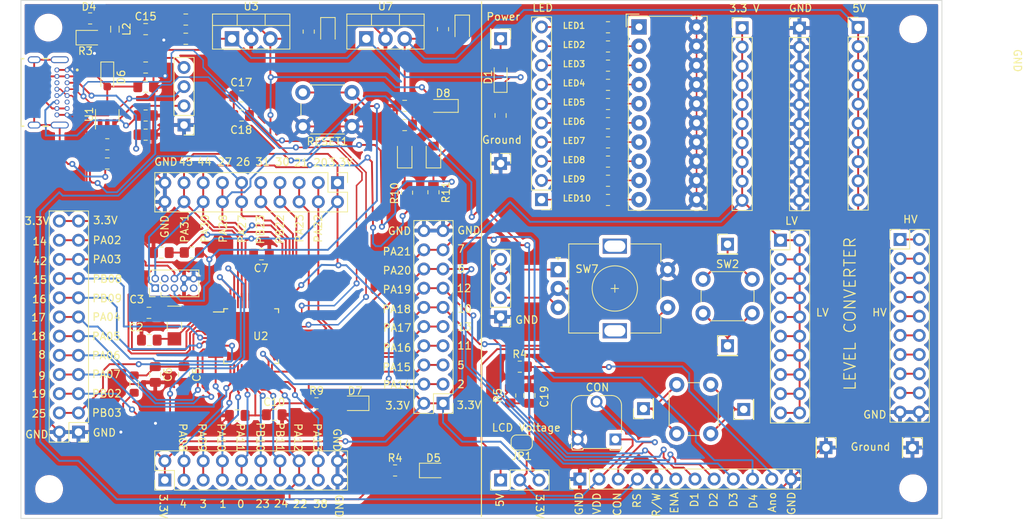
<source format=kicad_pcb>
(kicad_pcb (version 20221018) (generator pcbnew)
  (title_block (title "Dev_MCU_Board") (date "2023-06-08") (rev "V1") (company "Albert"))
  (layers (0 "F.Cu" signal) (31 "B.Cu" signal) (34 "B.Paste" user) (35 "F.Paste" user) (36 "B.SilkS" user "B.Silkscreen") (37 "F.SilkS" user "F.Silkscreen") (38 "B.Mask" user) (39 "F.Mask" user) (44 "Edge.Cuts" user))
  (net 0 "")
  (net 1 "Net-(BAR1-A-Pad1)")
  (net 2 "Net-(BAR1-A-Pad2)")
  (net 3 "Net-(BAR1-A-Pad3)")
  (net 4 "Net-(BAR1-A-Pad4)")
  (net 5 "Net-(BAR1-A-Pad5)")
  (net 6 "Net-(BAR1-A-Pad6)")
  (net 7 "Net-(BAR1-A-Pad7)")
  (net 8 "Net-(BAR1-A-Pad8)")
  (net 9 "Net-(BAR1-A-Pad9)")
  (net 10 "Net-(BAR1-A-Pad10)")
  (net 11 "GND")
  (net 12 "USBrail")
  (net 13 "Net-(U2-PA01{slash}EXTINT1{slash}XOUT32{slash}+SERCOM1.1)")
  (net 14 "Net-(U2-PA00{slash}EXTINT0{slash}XIN32{slash}+SERCOM1.0)")
  (net 15 "Net-(U2-~{RESET})")
  (net 16 "Net-(U2-VDDANA)")
  (net 17 "Net-(U2-VDDCORE)")
  (net 18 "+3.3V")
  (net 19 "Net-(D6-A)")
  (net 20 "Net-(D6-K)")
  (net 21 "Net-(D1-A)")
  (net 22 "Net-(D2-A)")
  (net 23 "Net-(D3-A)")
  (net 24 "Net-(D4-A)")
  (net 25 "Net-(D7-A)")
  (net 26 "Net-(D5-A)")
  (net 27 "Net-(D8-K)")
  (net 28 "Net-(J3-Pin_3)")
  (net 29 "Net-(J3-Pin_5)")
  (net 30 "Net-(J3-Pin_7)")
  (net 31 "Net-(J3-Pin_10)")
  (net 32 "Net-(J5-Pin_2)")
  (net 33 "Net-(J5-Pin_3)")
  (net 34 "RESET")
  (net 37 "Net-(J8-Pin_1)")
  (net 38 "Net-(J8-Pin_2)")
  (net 39 "Net-(J8-Pin_3)")
  (net 40 "Net-(J8-Pin_4)")
  (net 41 "Net-(J8-Pin_5)")
  (net 42 "Net-(J8-Pin_6)")
  (net 43 "Net-(J8-Pin_7)")
  (net 44 "Net-(J8-Pin_8)")
  (net 45 "Net-(J8-Pin_9)")
  (net 46 "Net-(J8-Pin_10)")
  (net 47 "Net-(J18-Pin_1)")
  (net 48 "D+")
  (net 49 "D-")
  (net 50 "Net-(J10-Pin_1)")
  (net 51 "Net-(J11-Pin_1)")
  (net 52 "Net-(J17-Pin_1)")
  (net 54 "+5V")
  (net 55 "Net-(J3-Pin_11)")
  (net 56 "Net-(J3-Pin_13)")
  (net 57 "Net-(J3-Pin_15)")
  (net 58 "Net-(J3-Pin_17)")
  (net 59 "AREF")
  (net 60 "Net-(J3-Pin_21)")
  (net 61 "Net-(J12-Pin_3)")
  (net 62 "Net-(J12-Pin_13)")
  (net 63 "Net-(J12-Pin_5)")
  (net 64 "Net-(J12-Pin_15)")
  (net 65 "Net-(J12-Pin_7)")
  (net 66 "Net-(J12-Pin_17)")
  (net 67 "Net-(J12-Pin_10)")
  (net 68 "Net-(J12-Pin_11)")
  (net 69 "Net-(J2-Pin_3)")
  (net 70 "Net-(J2-Pin_5)")
  (net 71 "Net-(J2-Pin_7)")
  (net 72 "Net-(J6-Pin_2)")
  (net 73 "Net-(J6-Pin_4)")
  (net 74 "Net-(J6-Pin_3)")
  (net 75 "Net-(J2-Pin_10)")
  (net 76 "Net-(J43-Pin_3)")
  (net 77 "Net-(J43-Pin_5)")
  (net 78 "Net-(J43-Pin_7)")
  (net 79 "Net-(J43-Pin_10)")
  (net 80 "Net-(J14-Pin_2)")
  (net 81 "Net-(J14-Pin_3)")
  (net 82 "PA18")
  (net 83 "PA19")
  (net 84 "PA20")
  (net 85 "Net-(J14-Pin_11)")
  (net 86 "Net-(JP1-B)")
  (net 87 "Net-(D5-K)")
  (net 88 "PA30")
  (net 89 "PA31")
  (net 90 "Net-(J45-Pin_1)")
  (net 91 "Net-(J45-Pin_3)")
  (net 92 "Net-(J45-Pin_5)")
  (net 93 "Net-(J45-Pin_7)")
  (net 94 "Net-(J45-Pin_10)")
  (net 95 "Net-(J45-Pin_11)")
  (net 96 "Net-(J45-Pin_13)")
  (net 97 "Net-(J45-Pin_15)")
  (net 98 "Net-(J45-Pin_17)")
  (net 99 "Net-(C13-Pad1)")
  (net 100 "PA27")
  (net 101 "PA28")
  (net 102 "PA21")
  (net 103 "Net-(J4-CC1)")
  (net 105 "Net-(J4-CC2)")
  (footprint "Connector_PinHeader_2.54mm:PinHeader_1x10_P2.54mm_Vertical" (layer "F.Cu") (at 158.554525 91.15084 180)
    (fp_text reference "J8" hide)
    (fp_text value "Conn_01x10" hide)
  )
  (footprint "Inductor_SMD:L_0805_2012Metric_Pad1.05x1.20mm_HandSolder" (layer "F.Cu") (at 102.078981 68.58 -90)
    (fp_text reference "L2")
    (fp_text value "10uH")
  )
  (footprint "samd21-board:TQFP-48_7x7mm_P0.5mm_hand_solder" (layer "F.Cu") (at 120.12 109.22)
    (fp_text reference "U2")
    (fp_text value "ATSAMD21G18A-AUT" hide)
  )
  (footprint "MountingHole:MountingHole_3.2mm_M3" (layer "F.Cu") (at 93.276301 68.373777)
    (fp_text reference "H2" hide)
    (fp_text value "MountingHole" hide)
  )
  (footprint "Connector_PinHeader_2.54mm:PinHeader_1x10_P2.54mm_Vertical" (layer "F.Cu") (at 185.119103 68.393454)
    (fp_text reference "J39" hide)
    (fp_text value "Conn_01x10" hide)
  )
  (footprint "Connector_PinHeader_2.54mm:PinHeader_2x10_P2.54mm_Vertical" (layer "F.Cu") (at 206.021604 96.417832)
    (fp_text reference "J45" hide)
    (fp_text value "Conn_01x08" hide)
  )
  (footprint "Resistor_SMD:R_0805_2012Metric_Pad1.20x1.40mm_HandSolder" (layer "F.Cu") (at 145.52 68.58 -90)
    (fp_text reference "R1" hide)
    (fp_text value "1.5k" hide)
  )
  (footprint "Capacitor_SMD:C_0805_2012Metric_Pad1.18x1.45mm_HandSolder" (layer "F.Cu") (at 101.07 86.36)
    (fp_text reference "C13" hide)
    (fp_text value "10nF" hide)
  )
  (footprint "Resistor_SMD:R_0805_2012Metric_Pad1.20x1.40mm_HandSolder" (layer "F.Cu") (at 128.765 118.11)
    (fp_text reference "R9")
    (fp_text value "1k" hide)
  )
  (footprint "Button_Switch_THT:SW_PUSH_6mm_H8mm" (layer "F.Cu") (at 176.454155 122.130272 90)
    (fp_text reference "SW1" hide)
    (fp_text value "SW_Push" hide)
  )
  (footprint "Capacitor_SMD:C_0805_2012Metric_Pad1.18x1.45mm_HandSolder" (layer "F.Cu") (at 123.17144 119.626921)
    (fp_text reference "C10")
    (fp_text value "0.1uF" hide)
  )
  (footprint "Diode_SMD:D_SOD-323_HandSoldering" (layer "F.Cu") (at 101.07 74.93 -90)
    (fp_text reference "D6")
    (fp_text value "D" hide)
  )
  (footprint "Connector_PinHeader_2.54mm:PinHeader_1x01_P2.54mm_Vertical" (layer "F.Cu") (at 172.057452 118.818153 90)
    (fp_text reference "J17" hide)
    (fp_text value "Conn_01x01" hide)
  )
  (footprint "Resistor_SMD:R_0805_2012Metric_Pad1.20x1.40mm_HandSolder" (layer "F.Cu") (at 112.270649 98.145779 180)
    (fp_text reference "R6" hide)
    (fp_text value "100" hide)
  )
  (footprint "Capacitor_SMD:C_0805_2012Metric_Pad1.18x1.45mm_HandSolder" (layer "F.Cu") (at 153.14 80.01 -90)
    (fp_text reference "C1" hide)
    (fp_text value "0.1uF" hide)
  )
  (footprint "Resistor_SMD:R_0805_2012Metric_Pad1.20x1.40mm_HandSolder" (layer "F.Cu") (at 140.752948 90.226445 -90)
    (fp_text reference "R10")
    (fp_text value "1k" hide)
  )
  (footprint "Connector_PinHeader_2.54mm:PinHeader_1x01_P2.54mm_Vertical" (layer "F.Cu") (at 196.222739 123.980998 -90)
    (fp_text reference "J21" hide)
    (fp_text value "Conn_01x01_Socket" hide)
  )
  (footprint "usb4085:GCT_USB4085-GF-A_REVB" (layer "F.Cu") (at 91.393385 76.952888 -90)
    (fp_text reference "J4" hide)
    (fp_text value "USB4085-GF-A_REVB" hide)
  )
  (footprint "Resistor_SMD:R_0805_2012Metric_Pad1.20x1.40mm_HandSolder" (layer "F.Cu") (at 155.68 113.2625)
    (fp_text reference "R4")
    (fp_text value "10" hide)
  )
  (footprint "Display:HDSP-4836" (layer "F.Cu") (at 171.460671 68.288818)
    (fp_text reference "BAR1" hide)
    (fp_text value "HDSP-4836_2" hide)
  )
  (footprint "Package_TO_SOT_THT:TO-220-3_Vertical" (layer "F.Cu") (at 117.58 69.85)
    (fp_text reference "U3")
    (fp_text value "LF33_TO220" hide)
  )
  (footprint "Capacitor_SMD:C_0805_2012Metric_Pad1.18x1.45mm_HandSolder" (layer "F.Cu") (at 106.15 68.58)
    (fp_text reference "C15")
    (fp_text value "220nF" hide)
  )
  (footprint "Rotary_Encoder:RotaryEncoder_Alps_EC11E-Switch_Vertical_H20mm" (layer "F.Cu") (at 160.76 100.41)
    (fp_text reference "SW7")
    (fp_text value "RotaryEncoder_Switch" hide)
  )
  (footprint "LED_SMD:LED_0805_2012Metric_Pad1.15x1.40mm_HandSolder" (layer "F.Cu") (at 133.845 118.11 180)
    (fp_text reference "D7")
    (fp_text value "LED" hide)
  )
  (footprint "Capacitor_SMD:C_0805_2012Metric_Pad1.18x1.45mm_HandSolder" (layer "F.Cu") (at 107.42 114.3 -90)
    (fp_text reference "C6")
    (fp_text value "10uF" hide)
  )
  (footprint "Package_TO_SOT_SMD:SOT-23-6" (layer "F.Cu") (at 101.07 80.01 90)
    (fp_text reference "U1")
    (fp_text value "USBLC6-2SC6" hide)
  )
  (footprint "Resistor_SMD:R_0805_2012Metric_Pad1.20x1.40mm_HandSolder" (layer "F.Cu") (at 98.8 67.161222 180)
    (fp_text reference "R3")
    (fp_text value "1.5k" hide)
  )
  (footprint "MountingHole:MountingHole_3.2mm_M3" (layer "F.Cu") (at 93.370216 129.454984)
    (fp_text reference "H3" hide)
    (fp_text value "MountingHole" hide)
  )
  (footprint "Capacitor_SMD:C_0805_2012Metric_Pad1.18x1.45mm_HandSolder" (layer "F.Cu") (at 121.481011 98.388292)
    (fp_text reference "C7")
    (fp_text value "1uF" hide)
  )
  (footprint "Resistor_SMD:R_0805_2012Metric_Pad1.20x1.40mm_HandSolder" (layer "F.Cu") (at 167.354128 78.491299)
    (fp_text reference "R18" hide)
    (fp_text value "1k" hide)
  )
  (footprint "Resistor_SMD:R_0805_2012Metric_Pad1.20x1.40mm_HandSolder" (layer "F.Cu") (at 167.354128 70.871299)
    (fp_text reference "R15" hide)
    (fp_text value "1k" hide)
  )
  (footprint "Resistor_SMD:R_0805_2012Metric_Pad1.20x1.40mm_HandSolder" (layer "F.Cu") (at 127.74 68.905 -90)
    (fp_text reference "R2" hide)
    (fp_text value "1k" hide)
  )
  (footprint "Capacitor_SMD:C_0805_2012Metric_Pad1.18x1.45mm_HandSolder" (layer "F.Cu") (at 106.15 76.2)
    (fp_text reference "C12" hide)
    (fp_text value "220nF" hide)
  )
  (footprint "Connector_PinHeader_2.54mm:PinHeader_1x01_P2.54mm_Vertical" (layer "F.Cu") (at 153.14 86.36 -90)
    (fp_text reference "J9" hide)
    (fp_text value "Conn_01x01" hide)
  )
  (footprint "Capacitor_SMD:C_0805_2012Metric_Pad1.18x1.45mm_HandSolder" (layer "F.Cu") (at 106.633852 109.741145)
    (fp_text reference "C2")
    (fp_text value "10pF" hide)
  )
  (footprint "Capacitor_SMD:C_0805_2012Metric_Pad1.18x1.45mm_HandSolder" (layer "F.Cu") (at 118.272835 119.714538 180)
    (fp_text reference "C11" hide)
    (fp_text value "10uF" hide)
  )
  (footprint "Inductor_SMD:L_0805_2012Metric_Pad1.05x1.20mm_HandSolder" (layer "F.Cu") (at 104.630388 115.565643 90)
    (fp_text reference "L1" hide)
    (fp_text value "10uH" hide)
  )
  (footprint "Resistor_SMD:R_0805_2012Metric_Pad1.20x1.40mm_HandSolder" (layer "F.Cu") (at 167.354128 83.571299)
    (fp_text reference "R20" hide)
    (fp_text value "1k" hide)
  )
  (footprint "Potentiometer_THT:Potentiometer_Runtron_RM-065_Vertical" (layer "F.Cu") (at 168.34 122.89 180)
    (fp_text reference "RV1" hide)
    (fp_text value "R_Potentiometer_Trim" hide)
  )
  (footprint "Diode_SMD:D_SOD-323_HandSoldering" (layer "F.Cu") (at 153.14 74.93 90)
    (fp_text reference "D1")
    (fp_text value "D" hide)
  )
  (footprint "Connector_PinHeader_2.54mm:PinHeader_1x04_P2.54mm_Vertical" (layer "F.Cu") (at 111.23 81.27 180)
    (fp_text reference "J5" hide)
    (fp_text value "Conn_01x04" hide)
  )
  (footprint "Connector_PinHeader_2.54mm:PinHeader_1x01_P2.54mm_Vertical" (layer "F.Cu") (at 183.187228 110.49)
    (fp_text reference "J10" hide)
    (fp_text value "Conn_01x01" hide)
  )
  (footprint "Capacitor_SMD:C_0805_2012Metric_Pad1.18x1.45mm_HandSolder" (layer "F.Cu") (at 118.85 77.47 180)
    (fp_text reference "C17")
    (fp_text value "10uF" hide)
  )
  (footprint "Connector_PinHeader_2.54mm:PinHeader_1x03_P2.54mm_Vertical" (layer "F.Cu") (at 153.14 128.27 90)
    (fp_text reference "J15" hide)
    (fp_text value "Conn_01x03" hide)
  )
  (footprint "Resistor_SMD:R_0805_2012Metric_Pad1.20x1.40mm_HandSolder" (layer "F.Cu") (at 167.354128 88.651299)
    (fp_text reference "R22" hide)
    (fp_text value "1k" hide)
  )
  (footprint "Connector_PinHeader_2.54mm:PinHeader_1x10_P2.54mm_Vertical" (layer "F.Cu") (at 200.473694 68.344242)
    (fp_text reference "J40" hide)
    (fp_text value "Conn_01x10" hide)
  )
  (footprint "Connector_PinHeader_1.27mm:PinHeader_2x05_P1.27mm_Vertical" (layer "F.Cu") (at 107.42 102.87 90)
    (fp_text reference "J7" hide)
    (fp_text value "Conn_01x05" hide)
  )
  (footprint "Capacitor_SMD:C_0805_2012Metric_Pad1.18x1.45mm_HandSolder" (layer "F.Cu") (at 118.85 80.01 180)
    (fp_text reference "C18")
    (fp_text value "0.1uF" hide)
  )
  (footprint "Connector_PinHeader_2.54mm:PinHeader_2x10_P2.54mm_Vertical" (layer "F.Cu") (at 131.55 88.9 -90)
    (fp_text reference "J43" hide)
    (fp_text value "Conn_01x05" hide)
  )
  (footprint "Button_Switch_THT:SW_PUSH_6mm_H8mm" (layer "F.Cu") (at 179.937228 101.681971)
    (fp_text reference "SW2")
    (fp_text value "SW_Push")
  )
  (footprint "Resistor_SMD:R_0805_2012Metric_Pad1.20x1.40mm_HandSolder" (layer "F.Cu") (at 106.15 82.55)
    (fp_text reference "R7" hide)
    (fp_text value "5.1k" hide)
  )
  (footprint "Package_TO_SOT_THT:TO-220-3_Vertical" (layer "F.Cu") (at 135.36 69.85)
    (fp_text reference "U7")
    (fp_text value "LF50_TO220" hide)
  )
  (footprint "Connector_PinHeader_2.54mm:PinHeader_1x01_P2.54mm_Vertical" (layer "F.Cu") (at 185.326011 118.917543 90)
    (fp_text reference "J11" hide)
    (fp_text value "Conn_01x01" hide)
  )
  (footprint "Resistor_SMD:R_0805_2012Metric_Pad1.20x1.40mm_HandSolder" (layer "F.Cu") (at 167.354128 73.411299)
    (fp_text reference "R16" hide)
    (fp_text value "1k" hide)
  )
  (footprint "Connector_PinHeader_2.54mm:PinHeader_1x01_P2.54mm_Vertical" (layer "F.Cu") (at 207.652739 123.980998 -90)
    (fp_text reference "J22" hide)
    (fp_text value "Conn_01x01_Socket" hide)
  )
  (footprint "Connector_PinHeader_2.54mm:PinHeader_1x12_P2.54mm_Vertical" (layer "F.Cu") (at 163.632069 128.139663 90)
    (fp_text reference "J14" hide)
    (fp_text value "Conn_01x12" hide)
  )
  (footprint "Connector_PinHeader_2.54mm:PinHeader_2x10_P2.54mm_Vertical" (layer "F.Cu") (at 145.52 118.11 180)
    (fp_text reference "J2" hide)
    (fp_text value "Conn_01x10" hide)
  )
  (footprint "LED_SMD:LED_0805_2012Metric_Pad1.15x1.40mm_HandSolder" (layer "F.Cu") (at 140.44 85.09 90)
    (fp_text reference "D5" hide)
    (fp_text value "LED")
  )
  (footprint "Diode_SMD:D_SOD-323_HandSoldering" (layer "F.Cu") (at 145.52 78.74 180)
    (fp_text reference "D8")
    (fp_text value "D")
  )
  (footprint "Crystal:Crystal_SMD_G8-2Pin_3.2x1.5mm_HandSoldering" (layer "F.Cu") (at 109.96 107.95 -90)
    (fp_text reference "Y1" hide)
    (fp_text value "32768Hz" hide)
  )
  (footprint "Connector_PinHeader_2.54mm:PinHeader_1x01_P2.54mm_Vertical" (layer "F.Cu") (at 153.14 69.85 -90)
    (fp_text reference "J13" hide)
    (fp_text value "Conn_01x01" hide)
  )
  (footprint "Connector_PinHeader_2.54mm:PinHeader_1x10_P2.54mm_Vertical" (layer "F.Cu") (at 192.703747 68.418732)
    (fp_text reference "J41" hide)
    (fp_text value "Conn_01x10" hide)
  )
  (footprint "Capacitor_SMD:C_0805_2012Metric_Pad1.18x1.45mm_HandSolder" (layer "F.Cu") (at 140.44 81.28 180)
    (fp_text reference "C20" hide)
    (fp_text value "0.1uF" hide)
  )
  (footprint "Resistor_SMD:R_0805_2012Metric_Pad1.20x1.40mm_HandSolder" (layer "F.Cu") (at 167.354128 91.191299)
    (fp_text reference "R23" hide)
    (fp_text value "1k" hide)
  )
  (footprint "Resistor_SMD:R_0805_2012Metric_Pad1.20x1.40mm_HandSolder" (layer "F.Cu") (at 154.41 117.0725 90)
    (fp_text reference "R5")
    (fp_text value "10" hide)
  )
  (footprint "Capacitor_SMD:C_0805_2012Metric_Pad1.18x1.45mm_HandSolder" (layer "F.Cu") (at 111.23 114.3 -90)
    (fp_text reference "C5")
    (fp_text value "0.1uF" hide)
  )
  (footprint "MountingHole:MountingHole_3.2mm_M3" (layer "F.Cu") (at 207.75 68.58)
    (fp_text reference "H1" hide)
    (fp_text value "MountingHole" hide)
  )
  (footprint "Capacitor_SMD:C_0805_2012Metric_Pad1.18x1.45mm_HandSolder" (layer "F.Cu") (at 140.44 78.74 180)
    (fp_text reference "C16" hide)
    (fp_text value "10uF" hide)
  )
  (footprint "Resistor_SMD:R_0805_2012Metric_Pad1.20x1.40mm_HandSolder" (layer "F.Cu") (at 167.354128 68.331299)
    (fp_text reference "R14" hide)
    (fp_text value "1k" hide)
  )
  (footprint "Resistor_SMD:R_0805_2012Metric_Pad1.20x1.40mm_HandSolder" (layer "F.Cu") (at 167.354128 75.951299)
    (fp_text reference "R17" hide)
    (fp_text value "1k" hide)
  )
  (footprint "LED_SMD:LED_0805_2012Metric_Pad1.15x1.40mm_HandSolder" (layer "F.Cu") (at 130.28 68.905 -90)
    (fp_text reference "D3" hide)
    (fp_text value "LED" hide)
  )
  (footprint "LED_SMD:LED_0805_2012Metric_Pad1.15x1.40mm_HandSolder" (layer "F.Cu") (at 144.25 85.09 90)
    (fp_text reference "D8" hide)
    (fp_text value "LED")
  )
  (footprint "Capacitor_SMD:C_0805_2012Metric_Pad1.18x1.45mm_HandSolder" (layer "F.Cu") (at 156.95 117.0725 90)
    (fp_text reference "C19")
    (fp_text value "22nF" hide)
  )
  (footprint "LED_SMD:LED_0805_2012Metric_Pad1.15x1.40mm_HandSolder" (layer "F.Cu") (at 148.06 68.58 -90)
    (fp_text reference "D2" hide)
    (fp_text value "LED")
  )
  (footprint "Connector_PinHeader_2.54mm:PinHeader_1x01_P2.54mm_Vertical" (layer "F.Cu") (at 183.187228 97.051971)
    (fp_text reference "J18" hide)
    (fp_text value "Conn_01x01" hide)
  )
  (footprint "Resistor_SMD:R_0805_2012Metric_Pad1.20x1.40mm_HandSolder" (layer "F.Cu") (at 106.15 80.01)
    (fp_text reference "R8" hide)
    (fp_text value "5.1k" hide)
  )
  (footprint "Resistor_SMD:R_0805_2012Metric_Pad1.20x1.40mm_HandSolder" (layer "F.Cu") (at 139.17 127)
    (fp_text reference "R4")
    (fp_text value "1k" hide)
  )
  (footprint "Capacitor_SMD:C_0805_2012Metric_Pad1.18x1.45mm_HandSolder" (layer "F.Cu") (at 111.4625 69.85 180)
    (fp_text reference "C8" hide)
    (fp_text value "0.1uF" hide)
  )
  (footprint "Capacitor_SMD:C_0805_2012Metric_Pad1.18x1.45mm_HandSolder" (layer "F.Cu") (at 106.15 73.66)
    (fp_text reference "C14" hide)
    (fp_text value "220nF" hide)
  )
  (footprint "Connector_PinHeader_2.54mm:PinHeader_2x10_P2.54mm_Vertical" (layer "F.Cu") (at 190.188043 96.52)
    (fp_text reference "J44" hide)
    (fp_text value "Conn_01x09" hide)
  )
  (footprint "Resistor_SMD:R_0805_2012Metric_Pad1.20x1.40mm_HandSolder" (layer "F.Cu") (at 101.07 83.82)
    (fp_text reference "R12" hide)
    (fp_text value "1m" hide)
  )
  (footprint "Connector_PinHeader_2.54mm:PinHeader_2x12_P2.54mm_Vertical" (layer "F.Cu") (at 97.26 121.92 180)
    (fp_text reference "J3" hide)
    (fp_text value "Conn_02x12" hide)
  )
  (footprint "LED_SMD:LED_0805_2012Metric_Pad1.15x1.40mm_HandSolder" (layer "F.Cu") (at 98.8 69.701222)
    (fp_text reference "D4")
    (fp_text value "LED" hide)
  )
  (footprint "Capacitor_SMD:C_0805_2012Metric_Pad1.18x1.45mm_HandSolder" (layer "F.Cu") (at 106.584861 106.133507 180)
    (fp_text reference "C3")
    (fp_text value "10pF" hide)
  )
  (footprint "Capacitor_SMD:C_0805_2012Metric_Pad1.18x1.45mm_HandSolder" (layer "F.Cu") (at 111.4625 67.31 180)
    (fp_text reference "C9" hide)
    (fp_text value "10uF" hide)
  )
  (footprint "LED_SMD:LED_0805_2012Metric_Pad1.15x1.40mm_HandSolder" (layer "F.Cu") (at 144.25 127)
    (fp_text reference "D5")
    (fp_text value "LED" hide)
  )
  (footprint "MountingHole:MountingHole_3.2mm_M3" (layer "F.Cu") (at 207.75 129.353619)
    (fp_text reference "H4" hide)
    (fp_text value "MountingHole" hide)
  )
  (footprint "Capacitor_SMD:C_0805_2012Metric_Pad1.18x1.45mm_HandSolder" (layer "F.Cu") (at 108.228017 98.156399 180)
    (fp_text reference "C4" hide)
    (fp_text value "220nF" hide)
  )
  (footprint "Button_Switch_THT:SW_PUSH_6mm_H8mm" (layer "F.Cu") (at 133.460882 81.462102 180)
    (fp_text reference "RESET1")
    (fp_text value "SW_Push")
  )
  (footprint "Jumper:SolderJumper-2_P1.3mm_Open_RoundedPad1.0x1.5mm" (layer "F.Cu") (at 155.938798 123.305946 180)
    (fp_text reference "JP1")
    (fp_text value "SolderJumper_2_Open" hide)
  )
  (footprint "Connector_PinHeader_2.54mm:PinHeader_2x10_P2.54mm_Vertical" (layer "F.Cu") (at 108.69 128.27 90)
    (fp_text reference "J12" hide)
    (fp_text value "Conn_01x10" hide)
  )
  (footprint "Resistor_SMD:R_0805_2012Metric_Pad1.20x1.40mm_HandSolder" (layer "F.Cu") (at 144.25 90.17 -90)
    (fp_text reference "R11")
    (fp_text value "1k" hide)
  )
  (footprint "Resistor_SMD:R_0805_2012Metric_Pad1.20x1.40mm_HandSolder" (layer "F.Cu") (at 167.354128 81.031299)
    (fp_text reference "R19" hide)
    (fp_text value "1k" hide)
  )
  (footprint "Resistor_SMD:R_0805_2012Metric_Pad1.20x1.40mm_HandSolder" (layer "F.Cu") (at 167.354128 86.111299)
    (fp_text reference "R21" hide)
    (fp_text value "1k" hide)
  )
  (footprint "Connector_PinHeader_2.54mm:PinHeader_1x04_P2.54mm_Vertical" (layer "F.Cu") (at 153.14 106.67 180)
    (fp_text reference "J6" hide)
    (fp_text value "Conn_01x04" hide)
  )
  (gr_line (start 150.622512 64.961367) (end 150.6 133.1) (stroke (width 0.15)) (layer "F.SilkS"))
  (gr_line (start 211.56 64.77) (end 211.56 133.35) (stroke (width 0.1)) (layer "Edge.Cuts"))
  (gr_line (start 211.56 133.35) (end 89.64 133.35) (stroke (width 0.1)) (layer "Edge.Cuts"))
  (gr_line (start 89.64 64.77) (end 211.56 64.77) (stroke (width 0.1)) (layer "Edge.Cuts"))
  (gr_line (start 89.64 133.35) (end 89.64 64.77) (stroke (width 0.1)) (layer "Edge.Cuts"))
  (gr_text "VDD" (at 166.470856 132.902745 90) (layer "F.SilkS") (effects (font (size 1 1)) (justify left bottom)))
  (gr_text "GND" (at 90.120425 122.822463) (layer "F.SilkS") (effects (font (size 1 1)) (justify left bottom)))
  (gr_text "GND" (at 164.122665 133.002117 90) (layer "F.SilkS") (effects (font (size 1 1)) (justify left bottom)))
  (gr_text "HV" (at 206.339552 94.350816) (layer "F.SilkS") (effects (font (size 1 1)) (justify left bottom)))
  (gr_text "PA18" (at 137.414886 106.238305) (layer "F.SilkS") (effects (font (size 1 1)) (justify left bottom)))
  (gr_text "GND" (at 109.267791 96.333719 90) (layer "F.SilkS") (effects (font (size 1 1)) (justify left bottom)))
  (gr_text "RS" (at 171.777106 132.079999 90) (layer "F.SilkS") (effects (font (size 1 1)) (justify left bottom)))
  (gr_text "HV" (at 202.247461 106.68) (layer "F.SilkS") (effects (font (size 1 1)) (justify left bottom)))
  (gr_text "PA05" (at 98.960886 109.830691) (layer "F.SilkS") (effects (font (size 1 1)) (justify left bottom)))
  (gr_text "13" (at 147.32 108.58157) (layer "F.SilkS") (effects (font (size 1 1)) (justify left bottom)))
  (gr_text "1" (at 115.821757 132.02749) (layer "F.SilkS") (effects (font (size 1 1)) (justify left bottom)))
  (gr_text "R/W" (at 174.337864 133.260255 90) (layer "F.SilkS") (effects (font (size 1 1)) (justify left bottom)))
  (gr_text "PA30" (at 114.608839 96.954555 90) (layer "F.SilkS") (effects (font (size 1 1)) (justify left bottom)))
  (gr_text "LEVEL CONVERTER" (at 200.270532 116.540035 90) (layer "F.SilkS") (effects (font (size 1.5 1.5)) (justify left bottom)))
  (gr_text "GND" (at 130.913547 121.327042 -90) (layer "F.SilkS") (effects (font (size 1 1)) (justify left bottom)))
  (gr_text "LED6" (at 161.29 81.28) (layer "F.SilkS") (effects (font (size 0.8 0.8) (thickness 0.15) bold) (justify left bottom)))
  (gr_text "Ground" (at 199.39 124.46) (layer "F.SilkS") (effects (font (size 1 1)) (justify left bottom)))
  (gr_text "10" (at 147.323681 106.190395) (layer "F.SilkS") (effects (font (size 1 1)) (justify left bottom)))
  (gr_text "GND" (at 191.221232 66.375441) (layer "F.SilkS") (effects (font (size 1 1)) (justify left bottom)))
  (gr_text "9" (at 91.854124 115.061989) (layer "F.SilkS") (effects (font (size 1 1)) (justify left bottom)))
  (gr_text "45" (at 110.424249 86.722141) (layer "F.SilkS") (effects (font (size 1 1)) (justify left bottom)))
  (gr_text "42" (at 91.101929 99.872451) (layer "F.SilkS") (effects (font (size 1 1)) (justify left bottom)))
  (gr_text "PA03\n" (at 99.048053 99.638379) (layer "F.SilkS") (effects (font (size 1 1)) (justify left bottom)))
  (gr_text "D2" (at 181.926149 131.98061 90) (layer "F.SilkS") (effects (font (size 1 1)) (justify left bottom)))
  (gr_text "22" (at 125.561623 132.033031) (layer "F.SilkS") (effects (font (size 1 1)) (justify left bottom)))
  (gr_text "PA23" (at 127.112415 96.930659 90) (layer "F.SilkS") (effects (font (size 1 1)) (justify left bottom)))
  (gr_text "26" (at 118.006099 86.737551) (layer "F.SilkS") (effects (font (size 1 1)) (justify left bottom)))
  (gr_text "PB11" (at 123.349304 120.521654 270) (layer "F.SilkS") (effects (font (size 1 1)) (justify left bottom)))
  (gr_text "PB22" (at 124.523721 97.113859 90) (layer "F.SilkS") (effects (font (size 1 1)) (justify left bottom)))
  (gr_text "14" (at 91.078033 97.267827) (layer "F.SilkS") (effects (font (size 1 1)) (justify left bottom)))
  (gr_text "PA11\n" (at 118.11 120.65 270) (layer "F.SilkS") (effects (font (size 1 1)) (justify left bottom)))
  (gr_text "LED5" (at 161.29 78.74) (layer "F.SilkS") (effects (font (size 0.8 0.8) (thickness 0.15) bold) (justify left bottom)))
  (gr_text "CON" (at 164.311444 116.59398) (layer "F.SilkS") (effects (font (size 1 1)) (justify left bottom)))
  (gr_text "PA08" (at 110.49 120.65 -90) (layer "F.SilkS") (effects (font (size 1 1)) (justify left bottom)))
  (gr_text "GND" (at 192.233819 132.985535 90) (layer "F.SilkS") (effects (font (size 1 1)) (justify left bottom)))
  (gr_text "PA12" (at 125.73 120.65 -90) (layer "F.SilkS") (effects (font (size 1 1)) (justify left bottom)))
  (gr_text "PB03" (at 98.965745 119.964115) (layer "F.SilkS") (effects (font (size 1 1)) (justify left bottom)))
  (gr_text "PA21" (at 137.438782 98.607633) (layer "F.SilkS") (effects (font (size 1 1)) (justify left bottom)))
  (gr_text "LED1" (at 161.29 68.58) (layer "F.SilkS") (effects (font (size 0.8 0.8) (thickness 0.15) bold) (justify left bottom)))
  (gr_text "PA07" (at 98.967515 114.845174) (layer "F.SilkS") (effects (font (size 1 1)) (justify left bottom)))
  (gr_text "Ano" (at 189.67722 132.654253 90) (layer "F.SilkS") (effects (font (size 1 1)) (justify left bottom)))
  (gr_text "PA14" (at 137.462677 116.250574) (layer "F.SilkS") (effects (font (size 1 1)) (justify left bottom)))
  (gr_text "2" (at 147.32 116.172275) (layer "F.SilkS") (effects (font (size 1 1)) (justify left bottom)))
  (gr_text "GND" (at 220.98 71.12 -90) (layer "F.SilkS") (effects (font (size 1 1)) (justify left bottom)))
  (gr_text "PB23" (at 121.92 97.136307 90) (layer "F.SilkS") (effects (font (size 1 1)) (justify left bottom)))
  (gr_text "PA31" (at 111.892702 96.938624 90) (layer "F.SilkS") (effects (font (size 1 1)) (justify left bottom)))
  (gr_text "PA17" (at 137.470643 108.70752) (layer "F.SilkS") (effects (font (size 1 1)) (justify left bottom)))
  (gr_text "31" (at 120.587319 86.729846) (layer "F.SilkS") (effects (font (size 1 1)) (justify left bottom)))
  (gr_text "LED4" (at 161.29 76.2) (layer "F.SilkS") (effects (font (size 0.8 0.8) (thickness 0.15) bold) (justify left bottom)))
  (gr_text "3.3V\n" (at 99.102906 94.46986) (layer "F.SilkS") (effects (font (size 1 1)) (justify left bottom)))
  (gr_text "38" (at 128.245152 132.024748) (layer "F.SilkS") (effects (font (size 1 1)) (justify left bottom)))
  (gr_text "5V" (at 199.608122 66.412764) (layer "F.SilkS") (effects (font (size 1 1)) (justify left bottom)))
  (gr_text "GND" (at 147.322582 95.817652) (layer "F.SilkS") (effects (font (size 1 1)) (justify left bottom)))
  (gr_text "3.3V\n" (at 137.787473 118.991483) (layer "F.SilkS") (effects (font (size 1 1)) (justify left bottom)))
  (gr_text "D1" (at 179.379282 131.968186 90) (layer "F.SilkS") (effects (font (size 1 1)) (justify left bottom)))
  (gr_text "Ground" (at 150.6 83.82) (layer "F.SilkS") (effects (font (size 1 1)) (justify left bottom)))
  (gr_text "PA04\n" (at 99.00244 107.265442) (layer "F.SilkS") (effects (font (size 1 1)) (justify left bottom)))
  (gr_text "4" (at 110.552588 132.022924) (layer "F.SilkS") (effects (font (size 1 1)) (justify left bottom)))
  (gr_text "PA10" (at 115.57 120.65 270) (layer "F.SilkS") (effects (font (size 1 1)) (justify left bottom)))
  (gr_text "LED3" (at 161.29 73.66) (layer "F.SilkS") (effects (font (size 0.8 0.8) (thickness 0.15) bold) (justify left bottom)))
  (gr_text "20" (at 128.258956 86.834863) (layer "F.SilkS") (effects (font (size 1 1)) (justify left bottom)))
  (gr_text "17" (at 90.91 107.338976) (layer "F.SilkS") (effects (font (size 1 1)) (justify left bottom)))
  (gr_text "GND" (at 138.135287 95.890748) (layer "F.SilkS") (effects (font (size 1 1)) (justify left bottom)))
  (gr_text "PA15" (at 137.406921 113.916767) (layer "F.SilkS") (effects (font (size 1 1)) (justify left bottom)))
  (gr_text "3" (at 113.207719 132.034339) (layer "F.SilkS") (effects (font (size 1 1)) (justify left bottom)))
  (gr_text "GND" (at 154.987676 107.656581) (layer "F.SilkS") (effects (font (size 1 1)) (justify left bottom)))
  (gr_text "PA20" (at 137.454712 101.116674) (layer "F.SilkS") (effects (font (size 1 1)) (justify left bottom)))
  (gr_text "PA06" (at 98.949815 112.371542) (layer "F.SilkS") (effects (font (size 1 1)) (justify left bottom)))
  (gr_text "PA13" (at 128.27 120.65 -90) (layer "F.SilkS") (effects (font (size 1 1)) (justify left bottom)))
  (gr_text "PA28" (at 116.982471 96.96252 90) (layer "F.SilkS") (effects (font (size 1 1)) (justify left bottom)))
  (gr_text "LV\n" (at 190.719153 94.542917) (layer "F.SilkS") (effects (font (size 1 1)) (justify left bottom)))
  (gr_text "LED10" (at 161.29 91.44) (layer "F.SilkS") (effects (font (size 0.8 0.8) (thickness 0.15) bold) (justify left bottom)))
  (gr_text "18" (at 90.91 109.820029) (layer "F.SilkS") (effects (font (size 1 1)) (justify left bottom)))
  (gr_text "GND" (at 131.156831 130.085845 -90) (layer "F.SilkS") (effects (font (size 1 1)) (justify left bottom)))
  (gr_text "D4" (at 187.193817 132.166966 90) (layer "F.SilkS") (effects (font (size 1 1)) (justify left bottom)))
  (gr_text "LED" (at 157.255169 66.337342) (layer "F.SilkS") (effects (font (size 1 1)) (justify left bottom)))
  (gr_text "LCD Voltage" (at 151.890864 121.92) (layer "F.SilkS") (effects (font (size 1 1)) (justify left bottom)))
  (gr_text "PA19" (at 137.446747 103.633681) (layer "F.SilkS") (effects (font (size 1 1)) (justify left bottom)))
  (gr_text "PA27" (at 119.507443 97.010311 90) (layer "F.SilkS") (effects (font (size 1 1)) (justify left bottom)))
  (gr_text "PB10" (at 120.736715 120.521654 270) (layer "F.SilkS") (effects (font (size 1 1)) (justify left bottom)))
  (gr_text "3.3V\n" (at 130.223786 86.790967) (layer "F.SilkS") (effects (font (size 1 1)) (justify left bottom)))
  (gr_text "LED7" (at 161.29 83.82) (layer "F.SilkS") (effects (font (size 0.8 0.8) (thickness 0.15) bold) (justify left bottom)))
  (gr_text "25" (at 90.97618 120.064617) (layer "F.SilkS") (effects (font (size 1 1)) (justify left bottom)))
  (gr_text "Power" (at 151.178333 67.517628) (layer "F.SilkS") (effects (font (size 1 1)) (justify left bottom)))
  (gr_text "PA02\n" (at 99.06 97.105442) (layer "F.SilkS") (effects (font (size 1 1)) (justify left bottom)))
  (gr_text "6" (at 147.369712 100.854592) (layer "F.SilkS") (effects (font (size 1 1)) (justify left bottom)))
  (gr_text "D3" (at 184.559983 131.98061 90) (layer "F.SilkS") (effects (font (size 1 1)) (justify left bottom)))
  (gr_text "PA22" (at 129.57186 96.951023 90) (layer "F.SilkS") (effects (font (size 1 1)) (justify left bottom)))
  (gr_text "CON" (at 169.180561 133.118055 90) (layer "F.SilkS") (effects (font (size 1 1)) (justify left bottom)))
  (gr_text "11" (at 147.32 111.057486) (layer "F.SilkS") (effects (font (size 1 1)) (justify left bottom)))
  (gr_text "3.3V\n" (at 90.043346 94.560175) (layer "F.SilkS") (effects (font (size 1 1)) (justify left bottom)))
  (gr_text "0" (at 118.168683 132.034339) (layer "F.SilkS") (effects (font (size 1 1)) (justify left bottom)))
  (gr_text "PA09" (at 113.03 120.65 270) (layer "F.SilkS") (effects (font (size 1 1)) (justify left bottom)))
  (gr_text "7" (at 147.32 98.256692) (layer "F.SilkS") (effects (font (size 1 1)) (justify left bottom)))
  (gr_text "3.3V" (at 157.739065 130.047584 -90) (layer "F.SilkS") (effects (font (size 1 1)) (justify left bottom)))
  (gr_text "27" (at 115.578983 86.745256) (layer "F.SilkS") (effects (font (size 1 1)) (justify left bottom)))
  (gr_text "16" (at 91.027393 104.930874) (layer "F.SilkS") (effects (font (size 1 1)) (justify left bottom)))
  (gr_text "LED9" (at 161.29 88.9) (layer "F.SilkS") (effects (font (size 0.8 0.8) (thickness 0.15) bold) (justify left bottom)))
  (gr_text "GND\n" (at 201.060286 120.199967) (layer "F.SilkS") (effects (font (size 1 1)) (justify left bottom)))
  (gr_text "30" (at 123.207064 86.745256) (layer "F.SilkS") (effects (font (size 1 1)) (justify left bottom)))
  (gr_text "3.3V\n" (at 147.23167 118.938249) (layer "F.SilkS") (effects (font (size 1 1)) (justify left bottom)))
  (gr_text "LV\n" (at 194.806001 106.68) (layer "F.SilkS") (effects (font (size 1 1)) (justify left bottom)))
  (gr_text "44" (at 112.882186 86.722141) (layer "F.SilkS") (effects (font (size 1 1)) (justify left bottom)))
  (gr_text "5V" (at 153.644298 131.925564 90) (layer "F.SilkS") (effects (font (size 1 1)) (justify left bottom)))
  (gr_text "ENA" (at 176.735647 132.788153 90) (layer "F.SilkS") (effects (font (size 1 1)) (justify left bottom)))
  (gr_text "15" (at 91.089512 102.359159) (layer "F.SilkS") (effects (font (size 1 1)) (justify left bottom)))
  (gr_text "8" (at 91.859784 112.260884) (layer "F.SilkS") (effects (font (size 1 1)) (justify left bottom)))
  (gr_text "PB08\n" (at 99.028514 102.238944) (layer "F.SilkS") (effects (font (size 1 1)) (justify left bottom)))
  (gr_text "12" (at 147.248235 103.466339) (layer "F.SilkS") (effects (font (size 1 1)) (justify left bottom)))
  (gr_text "3.3V\n" (at 107.908074 130.051361 -90) (layer "F.SilkS") (effects (font (size 1 1)) (justify left bottom)))
  (gr_text "5" (at 147.32 113.651286) (layer "F.SilkS") (effects (font (size 1 1)) (justify left bottom)))
  (gr_text "PB02" (at 98.965745 117.408185) (layer "F.SilkS") (effects (font (size 1 1)) (justify left bottom)))
  (gr_text "23" (at 120.583843 131.999901) (layer "F.SilkS") (effects (font (size 1 1)) (justify left bottom)))
  (gr_text "LED2" (at 161.29 71.12) (layer "F.SilkS") (effects (font (size 0.8 0.8) (thickness 0.15) bold) (justify left bottom)))
  (gr_text "3.3 V" (at 183.317816 66.406069) (layer "F.SilkS") (effects (font (size 1 1)) (justify left bottom)))
  (gr_text "PB09\n" (at 99.00244 104.804192) (layer "F.SilkS") (effects (font (size 1 1)) (justify left bottom)))
  (gr_text "LED8" (at 161.29 86.36) (layer "F.SilkS") (effects (font (size 0.8 0.8) (thickness 0.15) bold) (justify left bottom)))
  (gr_text "GND" (at 99.06 122.585) (layer "F.SilkS") (effects (font (size 1 1)) (justify left bottom)))
  (gr_text "21" (at 125.669278 86.840384) (layer "F.SilkS") (effects (font (size 1 1)) (justify left bottom)))
  (gr_text "GND" (at 107.206699 86.734983) (layer "F.SilkS") (effects (font (size 1 1)) (justify left bottom)))
  (gr_text "PA16" (at 137.446747 111.344004) (layer "F.SilkS") (effects (font (size 1 1)) (justify left bottom)))
  (gr_text "24" (at 123.03541 131.969549) (layer "F.SilkS") (effects (font (size 1 1)) (justify left bottom)))
  (gr_text "19" (at 90.967897 117.422501) (layer "F.SilkS") (effects (font (size 1 1)) (justify left bottom)))
  (segment (start 168.354128 68.331299) (end 168.396609 68.288818) (width 0.2) (layer "F.Cu") (net 1))
  (segment (start 168.396609 68.288818) (end 171.460671 68.288818) (width 0.2) (layer "F.Cu") (net 1))
  (segment (start 168.396609 70.828818) (end 168.354128 70.871299) (width 0.2) (layer "F.Cu") (net 2))
  (segment (start 171.460671 70.828818) (end 168.396609 70.828818) (width 0.2) (layer "F.Cu") (net 2))
  (segment (start 168.354128 73.411299) (end 168.396609 73.368818) (width 0.2) (layer "F.Cu") (net 3))
  (segment (start 168.396609 73.368818) (end 171.460671 73.368818) (width 0.2) (layer "F.Cu") (net 3))
  (segment (start 168.396609 75.908818) (end 171.460671 75.908818) (width 0.2) (layer "F.Cu") (net 4))
  (segment (start 168.354128 75.951299) (end 168.396609 75.908818) (width 0.2) (layer "F.Cu") (net 4))
  (segment (start 168.354128 78.491299) (end 168.396609 78.448818) (width 0.2) (layer "F.Cu") (net 5))
  (segment (start 168.396609 78.448818) (end 171.460671 78.448818) (width 0.2) (layer "F.Cu") (net 5))
  (segment (start 171.460671 80.988818) (end 168.396609 80.988818) (width 0.2) (layer "F.Cu") (net 6))
  (segment (start 168.396609 80.988818) (end 168.354128 81.031299) (width 0.2) (layer "F.Cu") (net 6))
  (segment (start 168.396609 83.528818) (end 171.460671 83.528818) (width 0.2) (layer "F.Cu") (net 7))
  (segment (start 168.354128 83.571299) (end 168.396609 83.528818) (width 0.2) (layer "F.Cu") (net 7))
  (segment (start 168.396609 86.068818) (end 168.354128 86.111299) (width 0.2) (layer "F.Cu") (net 8))
  (segment (start 171.460671 86.068818) (end 168.396609 86.068818) (width 0.2) (layer "F.Cu") (net 8))
  (segment (start 171.460671 88.608818) (end 168.396609 88.608818) (width 0.2) (layer "F.Cu") (net 9))
  (segment (start 168.396609 88.608818) (end 168.354128 88.651299) (width 0.2) (layer "F.Cu") (net 9))
  (segment (start 168.396609 91.148818) (end 171.460671 91.148818) (width 0.2) (layer "F.Cu") (net 10))
  (segment (start 168.354128 91.191299) (end 168.396609 91.148818) (width 0.2) (layer "F.Cu") (net 10))
  (segment (start 165.501068 131.148932) (end 165.84 130.81) (width 0.25) (layer "F.Cu") (net 11))
  (segment (start 192.703747 68.418732) (end 190.338732 68.418732) (width 0.25) (layer "F.Cu") (net 11))
  (segment (start 151.87 86.36) (end 150.6 85.09) (width 0.25) (layer "F.Cu") (net 11))
  (segment (start 139.1125 80.99) (end 139.4025 81.28) (width 0.25) (layer "F.Cu") (net 11))
  (segment (start 143.225 127) (end 143.225 126.571577) (width 0.25) (layer "F.Cu") (net 11))
  (segment (start 119.87 110.645) (end 117.695 108.47) (width 0.25) (layer "F.Cu") (net 11))
  (segment (start 133.460882 81.462102) (end 126.960882 81.462102) (width 0.25) (layer "F.Cu") (net 11))
  (segment (start 117.8125 77.47) (end 120.12 75.1625) (width 0.25) (layer "F.Cu") (net 11))
  (segment (start 134.87 122.41) (end 131.55 125.73) (width 0.25) (layer "F.Cu") (net 11))
  (segment (start 156.95 116.035) (end 163.34 122.425) (width 0.25) (layer "F.Cu") (net 11))
  (segment (start 107.15 82.55) (end 107.15 80.01) (width 0.25) (layer "F.Cu") (net 11))
  (segment (start 117.8125 80.01) (end 116.5525 81.27) (width 0.25) (layer "F.Cu") (net 11))
  (segment (start 110.582761 104.787239) (end 106.182566 104.787239) (width 0.25) (layer "F.Cu") (net 11))
  (segment (start 98.771397 72.39) (end 99.374299 71.787098) (width 0.25) (layer "F.Cu") (net 11))
  (segment (start 107.451921 115.369421) (end 107.42 115.3375) (width 0.25) (layer "F.Cu") (net 11))
  (segment (start 156.94 106.67) (end 158.22 107.95) (width 0.25) (layer "F.Cu") (net 11))
  (segment (start 131.55 125.73) (end 131.55 128.27) (width 0.25) (layer "F.Cu") (net 11))
  (segment (start 96.262776 79.927888) (end 98.325052 81.990164) (width 0.25) (layer "F.Cu") (net 11))
  (segment (start 160.76 95.25) (end 168.38 102.87) (width 0.25) (layer "F.Cu") (net 11))
  (segment (start 140.44 95.25) (end 137.9 92.71) (width 0.25) (layer "F.Cu") (net 11))
  (segment (start 105.547361 105.422444) (end 105.547361 106.133507) (width 0.25) (layer "F.Cu") (net 11))
  (segment (start 192.703747 68.418732) (end 192.703747 70.958732) (width 0.25) (layer "F.Cu") (net 11))
  (segment (start 102.87 121.92) (end 102.811579 121.978421) (width 0.25) (layer "F.Cu") (net 11))
  (segment (start 110.425 67.31) (end 110.425 69.85) (width 0.25) (layer "F.Cu") (net 11))
  (segment (start 116.057239 120.892634) (end 117.235335 119.714538) (width 0.25) (layer "F.Cu") (net 11))
  (segment (start 94.72 121.92) (end 97.26 121.92) (width 0.25) (layer "F.Cu") (net 11))
  (segment (start 108.43 81.27) (end 107.15 82.55) (width 0.25) (layer "F.Cu") (net 11))
  (segment (start 143.225 126.571577) (end 144.676656 125.119921) (width 0.25) (layer "F.Cu") (net 11))
  (segment (start 110.254737 70.020263) (end 110.425 69.85) (width 0.25) (layer "F.Cu") (net 11))
  (segment (start 163.632069 130.951001) (end 163.83 131.148932) (width 0.25) (layer "F.Cu") (net 11))
  (segment (start 137.9 69.85) (end 137.9 77.2375) (width 0.25) (layer "F.Cu") (net 11))
  (segment (start 94.403385 79.927888) (end 95.753385 79.927888) (width 0.25) (layer "F.Cu") (net 11))
  (segment (start 179.080671 91.148818) (end 179.080671 88.608818) (width 0.2) (layer "F.Cu") (net 11))
  (segment (start 151.638728 131.148932) (end 163.83 131.148932) (width 0.25) (layer "F.Cu") (net 11))
  (segment (start 142.98 95.25) (end 140.44 95.25) (width 0.25) (layer "F.Cu") (net 11))
  (segment (start 92.18 119.38) (end 94.72 121.92) (width 0.25) (layer "F.Cu") (net 11))
  (segment (start 168.38 102.91) (end 168.34 102.91) (width 0.25) (layer "F.Cu") (net 11))
  (segment (start 116.5525 81.27) (end 111.23 81.27) (width 0.25) (layer "F.Cu") (net 11))
  (segment (start 107.416305 98.382187) (end 107.190517 98.156399) (width 0.25) (layer "F.Cu") (net 11))
  (segment (start 120.37 100.33) (end 122.311708 98.388292) (width 0.25) (layer "F.Cu") (net 11))
  (segment (start 117.695 108.47) (end 117.8975 108.2675) (width 0.25) (layer "F.Cu") (net 11))
  (segment (start 98.325052 89.104948) (end 97.26 90.17) (width 0.25) (layer "F.Cu") (net 11))
  (segment (start 192.703747 78.578732) (end 192.703747 76.038732) (width 0.25) (layer "F.Cu") (net 11))
  (segment (start 114.936727 104.14) (end 111.23 104.14) (width 0.25) (layer "F.Cu") (net 11))
  (segment (start 122.311708 98.388292) (end 122.518511 98.388292) (width 0.25) (layer "F.Cu") (net 11))
  (segment (start 179.080671 73.368818) (end 179.080671 70.828818) (width 0.2) (layer "F.Cu") (net 11))
  (segment (start 111.23 104.14) (end 110.582761 104.787239) (width 0.25) (layer "F.Cu") (net 11))
  (segment (start 153.14 81.0475) (end 153.14 86.36) (width 0.25) (layer "F.Cu") (net 11))
  (segment (start 179.07 66.04) (end 152.4 66.04) (width 0.25) (layer "F.Cu") (net 11))
  (segment (start 179.080671 83.528818) (end 179.080671 80.988818) (width 0.2) (layer "F.Cu") (net 11))
  (segment (start 107.15 85.36) (end 106.15 86.36) (width 0.25) (layer "F.Cu") (net 11))
  (segment (start 107.416305 99.43485) (end 107.416305 98.382187) (width 0.25) (layer "F.Cu") (net 11))
  (segment (start 107.42 115.3375) (end 111.23 115.3375) (width 0.25) (layer "F.Cu") (net 11))
  (segment (start 206.021604 122.429394) (end 204.47 123.980998) (width 0.25) (layer "F.Cu") (net 11))
  (segment (start 192.703747 86.198732) (end 192.703747 83.658732) (width 0.25) (layer "F.Cu") (net 11))
  (segment (start 153.14 87.63) (end 145.52 95.25) (width 0.25) (layer "F.Cu") (net 11))
  (segment (start 196.222739 123.980998) (end 196.222739 124.174903) (width 0.25) (layer "F.Cu") (net 11))
  (segment (start 97.775 72.39) (end 97.775 69.701222) (width 0.25) (layer "F.Cu") (net 11))
  (segment (start 150.6 130.110204) (end 151.638728 131.148932) (width 0.25) (layer "F.Cu") (net 11))
  (segment (start 138.635 122.41) (end 143.225 127) (width 0.25) (layer "F.Cu") (net 11))
  (segment (start 137.9 92.71) (end 137.9 82.7825) (width 0.25) (layer "F.Cu") (net 11))
  (segment (start 97.341273 72.39) (end 97.775 72.39) (width 0.25) (layer "F.Cu") (net 11))
  (segment (start 109.771956 99.43485) (end 107.416305 99.43485) (width 0.25) (layer "F.Cu") (net 11))
  (segment (start 112.5 101.6) (end 111.23 101.6) (width 0.25) (layer "F.Cu") (net 11))
  (segment (start 179.080671 68.288818) (end 179.080671 70.828818) (width 0.2) (layer "F.Cu") (net 11))
  (segment (start 179.080671 78.448818) (end 179.080671 75.908818) (width 0.2) (layer "F.Cu") (net 11))
  (segment (start 192.703747 91.278732) (end 192.703747 88.738732) (width 0.25) (layer "F.Cu") (net 11))
  (segment (start 188.901732 130.81) (end 173.99 130.81) (width 0.25) (layer "F.Cu") (net 11))
  (segment (start 95.753385 79.927888) (end 96.262776 79.927888) (width 0.25) (layer "F.Cu") (net 11))
  (segment (start 158.22 107.95) (end 163.3 107.95) (width 0.25) (layer "F.Cu") (net 11))
  (segment (start 117.8975 108.2675) (end 117.8975 107.100773) (width 0.25) (layer "F.Cu") (net 11))
  (segment (start 134.87 122.41) (end 138.635 122.41) (width 0.25) (layer "F.Cu") (net 11))
  (segment (start 206.021604 119.277832) (end 206.021604 122.429394) (width 0.25) (layer "F.Cu") (net 11))
  (segment (start 144.676656 125.119921) (end 147.449921 125.119921) (width 0.25) (layer "F.Cu") (net 11))
  (segment (start 126.960882 81.462102) (end 120.66128 75.1625) (width 0.25) (layer "F.Cu") (net 11))
  (segment (start 115.282634 120.892634) (end 116.057239 120.892634) (width 0.25) (layer "F.Cu") (net 11))
  (segment (start 111.23 102.87) (end 111.23 104.14) (width 0.25) (layer "F.Cu") (net 11))
  (segment (start 107.1875 68.58) (end 108.4575 67.31) (width 0.25) (layer "F.Cu") (net 11))
  (segment (start 137.9 77.2375) (end 139.4025 78.74) (width 0.25) (layer "F.Cu") (net 11))
  (segment (start 107.1875 76.2) (end 107.1875 73.66) (width 0.25) (layer "F.Cu") (net 11))
  (segment (start 124.447287 121.92) (end 125.474653 120.892634) (width 0.25) (layer "F.Cu") (net 11))
  (segment (start 117.8975 107.100773) (end 114.936727 104.14) (width 0.25) (layer "F.Cu") (net 11))
  (segment (start 160.76 102.91) (end 168.38 102.91) (width 0.25) (layer "F.Cu") (net 11))
  (segment (start 102.34 90.17) (end 97.26 90.17) (width 0.25) (layer "F.Cu") (net 11))
  (segment (start 133.460882 81.462102) (end 139.220398 81.462102) (width 0.25) (layer "F.Cu") (net 11))
  (segment (start 120.37 106.295) (end 120.37 105.795) (width 0.25) (layer "F.Cu") (net 11))
  (segment (start 117.8125 80.01) (end 117.8125 77.47) (width 0.25) (layer "F.Cu") (net 11))
  (segment (start 120.66128 75.1625) (end 120.12 75.1625) (width 0.25) (layer "F.Cu") (net 11))
  (segment (start 119.87 113.92) (end 119.87 110.645) (width 0.25) (layer "F.Cu") (net 11))
  (segment (start 107.1875 76.2) (end 107.276497 76.2) (width 0.25) (layer "F.Cu") (net 11))
  (segment (start 190.338732 68.418732) (end 187.96 66.04) (width 0.25) (layer "F.Cu") (net 11))
  (segment (start 168.38 102.91) (end 172.76 102.91) (width 0.25) (layer "F.Cu") (net 11))
  (segment (start 101.07 81.1475) (end 101.07 81.531751) (width 0.25) (layer "F.Cu") (net 11))
  (segment (start 97.26 90.17) (end 94.72 90.17) (width 0.25) (layer "F.Cu") (net 11))
  (segment (start 163.632069 128.139663) (end 163.632069 130.951001) (width 0.25) (layer "F.Cu") (net 11))
  (segment (start 135.9775 67.88) (end 137.9 69.8025) (width 0.25) (layer "F.Cu") (net 11))
  (segment (start 120.37 105.795) (end 120.37 104.52) (width 0.25) (layer "F.Cu") (net 11))
  (segment (start 111.23 101.6) (end 111.23 100.892894) (width 0.25) (layer "F.Cu") (net 11))
  (segment (start 133.352634 120.892634) (end 134.87 122.41) (width 0.25) (layer "F.Cu") (net 11))
  (segment (start 120.12 74.93) (end 120.12 69.85) (width 0.25) (layer "F.Cu") (net 11))
  (segment (start 139.220398 81.462102) (end 139.4025 81.28) (width 0.25) (layer "F.Cu") (net 11))
  (segment (start 102.1075 83.8575) (end 102.07 83.82) (width 0.25) (layer "F.Cu") (net 11))
  (segment (start 173.792069 130.612069) (end 173.99 130.81) (width 0.25) (layer "F.Cu") (net 11))
  (segment (start 192.703747 81.118732) (end 192.703747 83.658732) (width 0.25) (layer "F.Cu") (net 11))
  (segment (start 105.596352 106.182498) (end 105.547361 106.133507) (width 0.25) (layer "F.Cu") (net 11))
  (segment (start 150.6 128.27) (end 150.6 130.110204) (width 0.25) (layer "F.Cu") (net 11))
  (segment (start 97.775 72.39) (end 98.771397 72.39) (width 0.25) (layer "F.Cu") (net 11))
  (segment (start 111.23 100.892894) (end 109.771956 99.43485) (width 0.25) (layer "F.Cu") (net 11))
  (segment (start 195.730734 123.980998) (end 196.222739 123.980998) (width 0.25) (layer "F.Cu") (net 11))
  (segment (start 117.8975 108.2675) (end 120.37 105.795) (width 0.25) (layer "F.Cu") (net 11))
  (segment (start 163.1975 95.25) (end 160.76 95.25) (width 0.25) (layer "F.Cu") (net 11))
  (segment (start 152.4 66.04) (end 149.4725 68.9675) (width 0.25) (layer "F.Cu") (net 11))
  (segment (start 191.572069 128.139663) (end 188.901732 130.81) (width 0.25) (layer "F.Cu") (net 11))
  (segment (start 134.87 118.11) (end 134.87 122.41) (width 0.25) (layer "F.Cu") (net 11))
  (segment (start 147.449921 125.119921) (end 150.6 128.27) (width 0.25) (layer "F.Cu") (net 11))
  (segment (start 108.69 88.9) (end 106.15 86.36) (width 0.25) (layer "F.Cu") (net 11))
  (segment (start 106.182566 104.787239) (end 105.547361 105.422444) (width 0.25) (layer "F.Cu") (net 11))
  (segment (start 102.87 121.92) (end 97.26 121.92) (width 0.25) (layer "F.Cu") (net 11))
  (segment (start 121.045 106.97) (end 120.37 106.295) (width 0.25) (layer "F.Cu") (net 11))
  (segment (start 206.021604 119.277832) (end 208.561604 119.277832) (width 0.25) (layer "F.Cu") (net 11))
  (segment (start 160.76 95.25) (end 155.68 95.25) (width 0.25) (layer "F.Cu") (net 11))
  (segment (start 192.703747 73.498732) (end 192.703747 76.038732) (width 0.25) (layer "F.Cu") (net 11))
  (segment (start 111.23 116.84) (end 111.23 115.3375) (width 0.25) (layer "F.Cu") (net 11))
  (segment (start 150.6 70.095) (end 149.4725 68.9675) (width 0.25) (layer "F.Cu") (net 11))
  (segment (start 107.15 82.55) (end 107.15 85.36) (width 0.25) (layer "F.Cu") (net 11))
  (segment (start 118.11 121.92) (end 124.447287 121.92) (width 0.25) (layer "F.Cu") (net 11))
  (segment (start 168.34 102.91) (end 163.3 107.95) (width 0.25) (layer "F.Cu") (net 11))
  (segment (start 108.69 91.44) (end 105.54989 94.58011) (width 0.25) (layer "F.Cu") (net 11))
  (segment (start 179.080671 80.988818) (end 179.080671 78.448818) (width 0.2) (layer "F.Cu") (net 11))
  (segment (start 207.652739 123.980998) (end 204.47 123.980998) (width 0.25) (layer "F.Cu") (net 11))
  (segment (start 137.9 69.8025) (end 137.9 69.85) (width 0.25) (layer "F.Cu") (net 11))
  (segment (start 107.276497 76.2) (end 108.720075 74.756422) (width 0.25) (layer "F.Cu") (net 11))
  (segment (start 163.34 128.23) (end 163.3 128.27) (width 0.25) (layer "F.Cu") (net 11))
  (segment (start 179.080671 66.050671) (end 179.07 66.04) (width 0.2) (layer "F.Cu") (net 11))
  (segment (start 173.99 130.81) (end 165.84 130.81) (width 0.25) (layer "F.Cu") (net 11))
  (segment (start 117.235335 121.045335) (end 118.11 121.92) (width 0.25) (layer "F.Cu") (net 11))
  (segment (start 153.14 106.67) (end 156.94 106.67) (width 0.25) (layer "F.Cu") (net 11))
  (segment (start 98.325052 81.990164) (end 98.325052 89.104948) (width 0.25) (layer "F.Cu") (net 11))
  (segment (start 115.42 108.47) (end 117.695 108.47) (width 0.25) (layer "F.Cu") (net 11))
  (segment (start 155.68 95.25) (end 150.6 90.17) (width 0.25) (layer "F.Cu") (net 11))
  (segment (start 137.9 82.7825) (end 139.4025 81.28) (width 0.25) (layer "F.Cu") (net 11))
  (segment (start 101.07 81.531751) (end 102.07 82.531751) (width 0.25) (layer "F.Cu") (net 11))
  (segment (start 95.753385 73.977888) (end 97.341273 72.39) (width 0.25) (layer "F.Cu") (net 11))
  (segment (start 108.69 88.9) (end 108.69 91.44) (width 0.25) (layer "F.Cu") (net 11))
  (segment (start 94.72 90.17) (end 92.18 92.71) (width 0.25) (layer "F.Cu") (net 11))
  (segment (start 92.18 92.71) (end 92.18 119.38) (width 0.25) (layer "F.Cu") (net 11))
  (segment (start 120.37 104.52) (end 120.37 100.33) (width 0.25) (layer "F.Cu") (net 11))
  (segment (start 179.080671 75.908818) (end 179.080671 73.368818) (width 0.2) (layer "F.Cu") (net 11))
  (segment (start 108.4575 67.31) (end 110.425 67.31) (width 0.25) (layer "F.Cu") (net 11))
  (segment (start 179.080671 86.068818) (end 179.080671 83.528818) (width 0.2) (layer "F.Cu") (net 11))
  (segment (start 191.572069 128.139663) (end 195.730734 123.980998) (width 0.25) (layer "F.Cu") (net 11))
  (segment (start 142.98 95.25) (end 145.52 95.25) (width 0.25) (layer "F.Cu") (net 11))
  (segment (start 105.596352 109.741145) (end 105.596352 106.182498) (width 0.25) (layer "F.Cu") (net 11))
  (segment (start 173.792069 128.139663) (end 173.792069 130.612069) (width 0.25) (layer "F.Cu") (net 11))
  (segment (start 150.6 85.09) (end 150.6 70.095) (width 0.25) (layer "F.Cu") (net 11))
  (segment (start 94.403385 73.977888) (end 95.753385 73.977888) (width 0.25) (layer "F.Cu") (net 11))
  (segment (start 149.4725 68.9675) (end 148.06 67.555) (width 0.25) (layer "F.Cu") (net 11))
  (segment (start 105.54989 94.58011) (end 105.54989 96.515772) (width 0.25) (layer "F.Cu") (net 11))
  (segment (start 187.96 66.04) (end 179.07 66.04) (width 0.25) (layer "F.Cu") (net 11))
  (segment (start 124.20894 119.626921) (end 125.474653 120.892634) (width 0.25) (layer "F.Cu") (net 11))
  (segment (start 153.14 86.36) (end 153.14 87.63) (width 0.25) (layer "F.Cu") (net 11))
  (segment (start 111.23 81.27) (end 108.43 81.27) (width 0.25) (layer "F.Cu") (net 11))
  (segment (start 153.14 86.36) (end 151.87 86.36) (width 0.25) (layer "F.Cu") (net 11))
  (segment (start 102.1075 86.36) (end 102.1075 83.8575) (width 0.25) (layer "F.Cu") (net 11))
  (segment (start 111.23 102.87) (end 111.23 101.6) (width 0.25) (layer "F.Cu") (net 11))
  (segment (start 179.080671 68.288818) (end 179.080671 66.050671) (width 0.2) (layer "F.Cu") (net 11))
  (segment (start 130.28 67.88) (end 135.9775 67.88) (width 0.25) (layer "F.Cu") (net 11))
  (segment (start 115.282634 120.892634) (end 111.23 116.84) (width 0.25) (layer "F.Cu") (net 11))
  (segment (start 105.54989 96.515772) (end 107.190517 98.156399) (width 0.25) (layer "F.Cu") (net 11))
  (segment (start 163.34 122.425) (end 163.34 122.89) (width 0.25) (layer "F.Cu") (net 11))
  (segment (start 102.07 82.531751) (end 102.07 83.82) (width 0.25) (layer "F.Cu") (net 11))
  (segment (start 163.83 131.148932) (end 165.501068 131.148932) (width 0.25) (layer "F.Cu") (net 11))
  (segment (start 192.703747 86.198732) (end 192.703747 88.738732) (width 0.25) (layer "F.Cu") (net 11))
  (segment (start 179.080671 88.608818) (end 179.080671 86.068818) (width 0.2) (layer "F.Cu") (net 11))
  (segment (start 120.12 75.1625) (end 120.12 74.93) (width 0.25) (layer "F.Cu") (net 11))
  (segment (start 106.15 86.36) (end 102.34 90.17) (width 0.25) (layer "F.Cu") (net 11))
  (segment (start 192.703747 70.958732) (end 192.703747 73.498732) (width 0.25) (layer "F.Cu") (net 11))
  (segment (start 139.4025 78.74) (end 139.4025 81.28) (width 0.25) (layer "F.Cu") (net 11))
  (segment (start 124.82 106.97) (end 121.045 106.97) (width 0.25) (layer "F.Cu") (net 11))
  (segment (start 107.451921 120.759185) (end 107.451921 115.369421) (width 0.25) (layer "F.Cu") (net 11))
  (segment (start 125.474653 120.892634) (end 133.352634 120.892634) (width 0.25) (layer "F.Cu") (net 11))
  (segment (start 117.235335 119.714538) (end 117.235335 121.045335) (width 0.25) (layer "F.Cu") (net 11))
  (segment (start 172.76 102.91) (end 175.26 100.41) (width 0.25) (layer "F.Cu") (net 11))
  (segment (start 192.703747 78.578732) (end 192.703747 81.118732) (width 0.25) (layer "F.Cu") (net 11))
  (segment (start 106.15 86.36) (end 102.1075 86.36) (width 0.25) (layer "F.Cu") (net 11))
  (segment (start 204.47 123.980998) (end 196.222739 123.980998) (width 0.25) (layer "F.Cu") (net 11))
  (segment (start 108.551794 70.020263) (end 110.254737 70.020263) (width 0.25) (layer "F.Cu") (net 11))
  (via (at 99.374299 71.787098) (size 0.8) (drill 0.4) (layers "F.Cu" "B.Cu") (net 11))
  (via (at 102.87 121.92) (size 0.8) (drill 0.4) (layers "F.Cu" "B.Cu") (net 11))
  (via (at 107.451921 120.759185) (size 0.8) (drill 0.4) (layers "F.Cu" "B.Cu") (net 11))
  (via (at 108.720075 74.756422) (size 0.8) (drill 0.4) (layers "F.Cu" "B.Cu") (net 11))
  (via (at 108.551794 70.020263) (size 0.8) (drill 0.4) (layers "F.Cu" "B.Cu") (net 11))
  (segment (start 120.12 68.906571) (end 118.676945 67.463516) (width 0.25) (layer "B.Cu") (net 11))
  (segment (start 101.141134 70.020263) (end 108.551794 70.020263) (width 0.25) (layer "B.Cu") (net 11))
  (segment (start 102.87 121.92) (end 104.030815 120.759185) (width 0.25) (layer "B.Cu") (net 11))
  (segment (start 96.97355 74.738434) (end 96.213004 73.977888) (width 0.25) (layer "B.Cu") (net 11))
  (segment (start 104.030815 120.759185) (end 107.451921 120.759185) (width 0.25) (layer "B.Cu") (net 11))
  (segment (start 120.12 69.85) (end 120.12 68.906571) (width 0.25) (layer "B.Cu") (net 11))
  (segment (start 111.108541 67.463516) (end 108.551794 70.020263) (width 0.25) (layer "B.Cu") (net 11))
  (segment (start 108.551794 74.588141) (end 108.551794 70.020263) (width 0.25) (layer "B.Cu") (net 11))
  (segment (start 99.374299 71.787098) (end 101.141134 70.020263) (width 0.25) (layer "B.Cu") (net 11))
  (segment (start 108.720075 74.756422) (end 108.551794 74.588141) (width 0.25) (layer "B.Cu") (net 11))
  (segment (start 118.676945 67.463516) (end 111.108541 67.463516) (width 0.25) (layer "B.Cu") (net 11))
  (segment (start 107.451921 120.759185) (end 107.42 120.65) (width 0.25) (layer "B.Cu") (net 11))
  (segment (start 96.213004 73.977888) (end 95.753385 73.977888) (width 0.25) (layer "B.Cu") (net 11))
  (segment (start 96.97355 79.392226) (end 96.97355 74.738434) (width 0.25) (layer "B.Cu") (net 11))
  (segment (start 96.437888 79.927888) (end 96.97355 79.392226) (width 0.25) (layer "B.Cu") (net 11))
  (segment (start 95.753385 79.927888) (end 96.437888 79.927888) (width 0.25) (layer "B.Cu") (net 11))
  (segment (start 153.14 78.9725) (end 153.14 76.18) (width 0.25) (layer "F.Cu") (net 12))
  (segment (start 107.853865 71.321365) (end 113.837786 71.321365) (width 0.25) (layer "F.Cu") (net 12))
  (segment (start 97.8 67.161222) (end 98.825 66.136222) (width 0.25) (layer "F.Cu") (net 12))
  (segment (start 155.785667 74.947943) (end 154.372057 74.947943) (width 0.25) (layer "F.Cu") (net 12))
  (segment (start 105.1125 68.58) (end 107.853865 71.321365) (width 0.25) (layer "F.Cu") (net 12))
  (segment (start 115.309151 69.85) (end 117.58 69.85) (width 0.25) (layer "F.Cu") (net 12))
  (segment (start 113.837786 71.321365) (end 115.309151 69.85) (width 0.25) (layer "F.Cu") (net 12))
  (segment (start 100.785203 66.136222) (end 102.078981 67.43) (width 0.25) (layer "F.Cu") (net 12))
  (segment (start 154.372057 74.947943) (end 153.14 76.18) (width 0.25) (layer "F.Cu") (net 12))
  (segment (start 103.9625 67.43) (end 102.078981 67.43) (width 0.25) (layer "F.Cu") (net 12))
  (segment (start 105.1125 68.58) (end 103.9625 67.43) (width 0.25) (layer "F.Cu") (net 12))
  (segment (start 98.825 66.136222) (end 100.785203 66.136222) (width 0.25) (layer "F.Cu") (net 12))
  (via (at 155.785667 74.947943) (size 0.8) (drill 0.4) (layers "F.Cu" "B.Cu") (net 12))
  (segment (start 120.12 72.39) (end 117.58 69.85) (width 0.25) (layer "B.Cu") (net 12))
  (segment (start 155.662057 74.93) (end 155.785667 74.947943) (width 0.25) (layer "B.Cu") (net 12))
  (segment (start 135.36 69.85) (end 132.82 72.39) (width 0.25) (layer "B.Cu") (net 12))
  (segment (start 155.785667 74.947943) (end 155.697943 74.93) (width 0.25) (layer "B.Cu") (net 12))
  (segment (start 132.82 72.39) (end 120.12 72.39) (width 0.25) (layer "B.Cu") (net 12))
  (segment (start 135.36 69.85) (end 140.44 74.93) (width 0.25) (layer "B.Cu") (net 12))
  (segment (start 155.697943 74.93) (end 155.68 74.93) (width 0.25) (layer "B.Cu") (net 12))
  (segment (start 140.44 74.93) (end 155.662057 74.93) (width 0.25) (layer "B.Cu") (net 12))
  (segment (start 109.96 109.575) (end 107.837497 109.575) (width 0.25) (layer "F.Cu") (net 13))
  (segment (start 107.837497 109.575) (end 107.671352 109.741145) (width 0.25) (layer "F.Cu") (net 13))
  (segment (start 112.565 106.97) (end 109.96 109.575) (width 0.25) (layer "F.Cu") (net 13))
  (segment (start 115.42 106.97) (end 112.565 106.97) (width 0.25) (layer "F.Cu") (net 13))
  (segment (start 110.105 106.47) (end 109.96 106.325) (width 0.25) (layer "F.Cu") (net 14))
  (segment (start 107.813854 106.325) (end 107.622361 106.133507) (width 0.25) (layer "F.Cu") (net 14))
  (segment (start 109.96 106.325) (end 107.813854 106.325) (width 0.25) (layer "F.Cu") (net 14))
  (segment (start 115.42 106.47) (end 110.105 106.47) (width 0.25) (layer "F.Cu") (net 14))
  (segment (start 122.717044 94.554878) (end 120.230473 94.554878) (width 0.25) (layer "F.Cu") (net 15))
  (segment (start 113.624116 95.792312) (end 114.29764 95.792312) (width 0.25) (layer "F.Cu") (net 15))
  (segment (start 124.703726 98.922669) (end 121.37 102.256395) (width 0.25) (layer "F.Cu") (net 15))
  (segment (start 124.703726 96.54156) (end 124.703726 98.922669) (width 0.25) (layer "F.Cu") (net 15))
  (segment (start 111.260029 98.156399) (end 111.270649 98.145779) (width 0.25) (layer "F.Cu") (net 15))
  (segment (start 109.265517 98.156399) (end 111.260029 98.156399) (width 0.25) (layer "F.Cu") (net 15))
  (segment (start 111.270649 98.145779) (end 113.624116 95.792312) (width 0.25) (layer "F.Cu") (net 15))
  (segment (start 121.37 102.256395) (end 121.37 104.52) (width 0.25) (layer "F.Cu") (net 15))
  (segment (start 122.717044 94.554878) (end 124.703726 96.54156) (width 0.25) (layer "F.Cu") (net 15))
  (via (at 114.29764 95.792312) (size 0.8) (drill 0.4) (layers "F.Cu" "B.Cu") (net 15))
  (via (at 120.230473 94.554878) (size 0.8) (drill 0.4) (layers "F.Cu" "B.Cu") (net 15))
  (segment (start 114.499835 95.784224) (end 114.29764 95.792312) (width 0.25) (layer "B.Cu") (net 15))
  (segment (start 114.483659 95.784224) (end 114.491747 95.784224) (width 0.25) (layer "B.Cu") (net 15))
  (segment (start 114.29764 95.792312) (end 114.483659 95.784224) (width 0.25) (layer "B.Cu") (net 15))
  (segment (start 119.001127 95.784224) (end 120.230473 94.554878) (width 0.25) (layer "B.Cu") (net 15))
  (segment (start 119.001127 95.784224) (end 114.499835 95.784224) (width 0.25) (layer "B.Cu") (net 15))
  (segment (start 104.630388 114.415643) (end 106.266857 114.415643) (width 0.25) (layer "F.Cu") (net 16))
  (segment (start 112.945043 108.52984) (end 112.471745 109.003138) (width 0.25) (layer "F.Cu") (net 16))
  (segment (start 112.471745 111.208725) (end 111.23 112.45047) (width 0.25) (layer "F.Cu") (net 16))
  (segment (start 106.266857 114.415643) (end 107.42 113.2625) (width 0.25) (layer "F.Cu") (net 16))
  (segment (start 115.42 108.97) (end 114.02 108.97) (width 0.25) (layer "F.Cu") (net 16))
  (segment (start 112.471745 109.003138) (end 112.471745 111.208725) (width 0.25) (layer "F.Cu") (net 16))
  (segment (start 111.23 112.45047) (end 111.23 113.2625) (width 0.25) (layer "F.Cu") (net 16))
  (segment (start 114.02 108.97) (end 113.57984 108.52984) (width 0.25) (layer "F.Cu") (net 16))
  (segment (start 107.42 113.2625) (end 111.23 113.2625) (width 0.25) (layer "F.Cu") (net 16))
  (segment (start 113.57984 108.52984) (end 112.945043 108.52984) (width 0.25) (layer "F.Cu") (net 16))
  (segment (start 119.87 104.52) (end 119.87 98.961803) (width 0.25) (layer "F.Cu") (net 17))
  (segment (start 119.87 98.961803) (end 120.443511 98.388292) (width 0.25) (layer "F.Cu") (net 17))
  (segment (start 103.169668 118.790332) (end 102.46 119.5) (width 0.25) (layer "F.Cu") (net 18))
  (segment (start 142.98 118.11) (end 140.44 115.57) (width 0.25) (layer "F.Cu") (net 18))
  (segment (start 120.12 67.31) (end 112.5 67.31) (width 0.25) (layer "F.Cu") (net 18))
  (segment (start 144.27 78.74) (end 144.72 79.19) (width 0.25) (layer "F.Cu") (net 18))
  (segment (start 190.188043 114.3) (end 192.728043 114.3) (width 0.25) (layer "F.Cu") (net 18))
  (segment (start 119.37 104.52) (end 119.37 96.562047) (width 0.25) (layer "F.Cu") (net 18))
  (segment (start 185.119103 91.092186) (end 185.119103 88.552186) (width 0.25) (layer "F.Cu") (net 18))
  (segment (start 102.46 119.5) (end 108.69 125.73) (width 0.25) (layer "F.Cu") (net 18))
  (segment (start 131.55 88.9) (end 131.55 91.44) (width 0.25) (layer "F.Cu") (net 18))
  (segment (start 185.119103 73.312186) (end 185.119103 75.852186) (width 0.25) (layer "F.Cu") (net 18))
  (segment (start 127.74 67.905) (end 125.795 69.85) (width 0.25) (layer "F.Cu") (net 18))
  (segment (start 131.55 88.9) (end 131.55 86.36) (width 0.25) (layer "F.Cu") (net 18))
  (segment (start 192.728043 111.76) (end 192.728043 109.22) (width 0.25) (layer "F.Cu") (net 18))
  (segment (start 122.54375 82.66625) (end 119.8875 80.01) (width 0.25) (layer "F.Cu") (net 18))
  (segment (start 111.281162 123.138838) (end 108.69 125.73) (width 0.25) (layer "F.Cu") (net 18))
  (segment (start 185.119103 68.232186) (end 185.119103 70.772186) (width 0.25) (layer "F.Cu") (net 18))
  (segment (start 185.119103 70.772186) (end 185.119103 73.312186) (width 0.25) (layer "F.Cu") (net 18))
  (segment (start 144.27 78.014653) (end 142.715346 76.272763) (width 0.25) (layer "F.Cu") (net 18))
  (segment (start 105.742872 97.382872) (end 102.34 93.98) (width 0.25) (layer "F.Cu") (net 18))
  (segment (start 122.54375 82.66625) (end 122.66 82.55) (width 0.25) (layer "F.Cu") (net 18))
  (segment (start 192.728043 96.52) (end 190.188043 96.52) (width 0.25) (layer "F.Cu") (net 18))
  (segment (start 190.188043 101.6) (end 192.728043 101.6) (width 0.25) (layer "F.Cu") (net 18))
  (segment (start 192.728043 119.38) (end 192.728043 116.84) (width 0.25) (layer "F.Cu") (net 18))
  (segment (start 192.728043 109.22) (end 192.728043 106.68) (width 0.25) (layer "F.Cu") (net 18))
  (segment (start 119.37 115.448701) (end 120.66997 116.748671) (width 0.25) (layer "F.Cu") (net 18))
  (segment (start 119.310335 119.714538) (end 120.65 119.714538) (width 0.25) (layer "F.Cu") (net 18))
  (segment (start 120.66997 119.694568) (end 120.65 119.714538) (width 0.25) (layer "F.Cu") (net 18))
  (segment (start 109.0564 99.88485) (end 106.157063 99.88485) (width 0.25) (layer "F.Cu") (net 18))
  (segment (start 131.671795 99.833129) (end 131.55 99.711334) (width 0.25) (layer "F.Cu") (net 18))
  (segment (start 123.650861 118.11) (end 122.13394 119.626921) (width 0.25) (layer "F.Cu") (net 18))
  (segment (start 127.765 118.11) (end 123.650861 118.11) (width 0.25) (layer "F.Cu") (net 18))
  (segment (start 185.119103 80.932186) (end 185.119103 83.472186) (width 0.25) (layer "F.Cu") (net 18))
  (segment (start 125.795 69.85) (end 122.66 69.85) (width 0.25) (layer "F.Cu") (net 18))
  (segment (start 190.188043 96.52) (end 190.188043 96.322394) (width 0.25) (layer "F.Cu") (net 18))
  (segment (start 138.43 114.932248) (end 138.336114 114.838362) (width 0.25) (layer "F.Cu") (net 18))
  (segment (start 106.157063 99.446763) (end 105.742872 99.032572) (width 0.25) (layer "F.Cu") (net 18))
  (segment (start 132.596586 123.138838) (end 111.281162 123.138838) (width 0.25) (layer "F.Cu") (net 18))
  (segment (start 192.728043 114.3) (end 192.728043 111.76) (width 0.25) (layer "F.Cu") (net 18))
  (segment (start 102.34 93.98) (end 97.26 93.98) (width 0.25) (layer "F.Cu") (net 18))
  (segment (start 192.728043 99.06) (end 192.728043 101.6) (width 0.25) (layer "F.Cu") (net 18))
  (segment (start 138.43 115.57) (end 138.43 114.932248) (width 0.25) (layer "F.Cu") (net 18))
  (segment (start 192.728043 116.84) (end 190.188043 116.84) (width 0.25) (layer "F.Cu") (net 18))
  (segment (start 122.046323 119.714538) (end 122.13394 119.626921) (width 0.25) (layer "F.Cu") (net 18))
  (segment (start 138.43 115.57) (end 127.74 115.57) (width 0.25) (layer "F.Cu") (net 18))
  (segment (start 108.69 125.73) (end 108.69 128.27) (width 0.25) (layer "F.Cu") (net 18))
  (segment (start 192.728043 106.68) (end 192.728043 104.14) (width 0.25) (layer "F.Cu") (net 18))
  (segment (start 190.188043 104.14) (end 192.728043 104.14) (width 0.25) (layer "F.Cu") (net 18))
  (segment (start 127.74 115.57) (end 127.74 118.085) (width 0.25) (layer "F.Cu") (net 18))
  (segment (start 120.65 119.714538) (end 122.046323 119.714538) (width 0.25) (layer "F.Cu") (net 18))
  (segment (start 144.27 78.74) (end 144.27 78.014653) (width 0.25) (layer "F.Cu") (net 18))
  (segment (start 190.188043 99.06) (end 192.728043 99.06) (width 0.25) (layer "F.Cu") (net 18))
  (segment (start 94.72 93.98) (end 97.26 93.98) (width 0.25) (layer "F.Cu") (net 18))
  (segment (start 190.188043 96.322394) (end 185.119103 91.253454) (width 0.25) (layer "F.Cu") (net 18))
  (segment (start 131.55 99.711334) (end 131.55 91.44) (width 0.25) (layer "F.Cu") (net 18))
  (segment (start 122.71383 74.945949) (end 122.66 74.892119) (width 0.25) (layer "F.Cu") (net 18))
  (segment (start 190.188043 119.38) (end 192.728043 119.38) (width 0.25) (layer "F.Cu") (net 18))
  (segment (start 109.96 100.78845) (end 109.0564 99.88485) (width 0.25) (layer "F.Cu") (net 18))
  (segment (start 127.74 118.085) (end 127.765 118.11) (width 0.25) (layer "F.Cu") (net 18))
  (segment (start 119.37 96.562047) (end 120.147394 96.302273) (width 0.25) (layer "F.Cu") (net 18))
  (segment (start 190.188043 109.22) (end 192.728043 109.22) (width 0.25) (layer "F.Cu") (net 18))
  (segment (start 131.55 86.36) (end 130.28 85.09) (width 0.25) (layer "F.Cu") (net 18))
  (segment (start 119.8875 77.47) (end 119.8875 80.01) (width 0.25) (layer "F.Cu") (net 18))
  (segment (start 109.96 101.6) (end 109.96 100.78845) (width 0.25) (layer "F.Cu") (net 18))
  (segment (start 185.119103 78.392186) (end 185.119103 80.932186) (width 0.25) (layer "F.Cu") (net 18))
  (segment (start 124.82 106.47) (end 124.82 104.585509) (width 0.25) (layer "F.Cu") (net 18))
  (segment (start 185.119103 86.012186) (end 185.119103 83.472186) (width 0.25) (layer "F.Cu") (net 18))
  (segment (start 103.169668 118.176363) (end 103.169668 118.790332) (width 0.25) (layer "F.Cu") (net 18))
  (segment (start 144.72 79.19) (end 144.72 83.595) (width 0.25) (layer "F.Cu") (net 18))
  (segment (start 120.66997 116.748671) (end 120.66997 119.694568) (width 0.25) (layer "F.Cu") (net 18))
  (segment (start 145.52 118.11) (end 142.98 118.11) (width 0.25) (layer "F.Cu") (net 18))
  (segment (start 192.728043 116.84) (end 192.728043 114.3) (width 0.25) (layer "F.Cu") (net 18))
  (segment (start 192.728043 111.76) (end 190.188043 111.76) (width 0.25) (layer "F.Cu") (net 18))
  (segment (start 130.28 85.09) (end 124.9675 85.09) (width 0.25) (layer "F.Cu") (net 18))
  (segment (start 185.119103 86.012186) (end 185.119103 88.552186) (width 0.25) (layer "F.Cu") (net 18))
  (segment (start 105.742872 99.032572) (end 105.742872 97.382872) (width 0.25) (layer "F.Cu") (net 18))
  (segment (start 122.66 82.55) (end 122.676946 79.9462) (width 0.25) (layer "F.Cu") (net 18))
  (segment (start 144.72 83.595) (end 144.25 84.065) (width 0.25) (layer "F.Cu") (net 18))
  (segment (start 185.119103 75.852186) (end 185.119103 78.392186) (width 0.25) (layer "F.Cu") (net 18))
  (segment (start 119.37 113.92) (end 119.37 115.448701) (width 0.25) (layer "F.Cu") (net 18))
  (segment (start 192.728043 99.06) (end 192.728043 96.52) (width 0.25) (layer "F.Cu") (net 18))
  (segment (start 124.9675 85.09) (end 122.54375 82.66625) (width 0.25) (layer "F.Cu") (net 18))
  (segment (start 190.188043 106.68) (end 192.728043 106.68) (width 0.25) (layer "F.Cu") (net 18))
  (segment (start 106.157063 99.88485) (end 106.157063 99.446763) (width 0.25) (layer "F.Cu") (net 18))
  (segment (start 140.44 115.57) (end 138.43 115.57) (width 0.25) (layer "F.Cu") (net 18))
  (segment (start 124.82 104.585509) (end 126.749391 102.460689) (width 0.25) (layer "F.Cu") (net 18))
  (segment (start 140.44 84.065) (end 144.25 84.065) (width 0.25) (layer "F.Cu") (net 18))
  (segment (start 112.5 67.31) (end 112.5 69.85) (width 0.25) (layer "F.Cu") (net 18))
  (segment (start 192.728043 104.14) (end 192.728043 101.6) (width 0.25) (layer "F.Cu") (net 18))
  (segment (start 104.630388 116.715643) (end 103.169668 118.176363) (width 0.25) (layer "F.Cu") (net 18))
  (segment (start 122.66 69.85) (end 120.12 67.31) (width 0.25) (layer "F.Cu") (net 18))
  (segment (start 122.66 74.892119) (end 122.66 69.85) (width 0.25) (layer "F.Cu") (net 18))
  (via (at 138.336114 114.838362) (size 0.8) (drill 0.4) (layers "F.Cu" "B.Cu") (net 18))
  (via (at 131.671795 99.833129) (size 0.8) (drill 0.4) (layers "F.Cu" "B.Cu") (net 18))
  (via (at 126.749391 102.460689) (size 0.8) (drill 0.4) (layers "F.Cu" "B.Cu") (net 18))
  (via (at 122.676946 79.9462) (size 0.8) (drill 0.4) (layers "F.Cu" "B.Cu") (net 18))
  (via (at 142.715346 76.272763) (size 0.8) (drill 0.4) (layers "F.Cu" "B.Cu") (net 18))
  (via (at 120.147394 96.302273) (size 0.8) (drill 0.4) (layers "F.Cu" "B.Cu") (net 18))
  (via (at 132.596586 123.138838) (size 0.8) (drill 0.4) (layers "F.Cu" "B.Cu") (net 18))
  (via (at 122.71383 74.945949) (size 0.8) (drill 0.4) (layers "F.Cu" "B.Cu") (net 18))
  (segment (start 158.22 128.27) (end 153.14 123.19) (width 0.25) (layer "B.Cu") (net 18))
  (segment (start 157.039389 94.079389) (end 182.293168 94.079389) (width 0.25) (layer "B.Cu") (net 18))
  (segment (start 148.06 115.57) (end 148.06 97.79) (width 0.25) (layer "B.Cu") (net 18))
  (segment (start 148.06 123.19) (end 145.52 120.65) (width 0.25) (layer "B.Cu") (net 18))
  (segment (start 126.687727 96.302273) (end 131.55 91.44) (width 0.25) (layer "B.Cu") (net 18))
  (segment (start 115.257727 96.302273) (end 109.96 101.6) (width 0.25) (layer "B.Cu") (net 18))
  (segment (start 148.06 97.79) (end 154.405 91.445) (width 0.25) (layer "B.Cu") (net 18))
  (segment (start 137.9 74.93) (end 122.66 74.93) (width 0.25) (layer "B.Cu") (net 18))
  (segment (start 132.647748 123.19) (end 132.596586 123.138838) (width 0.25) (layer "B.Cu") (net 18))
  (segment (start 182.293168 94.079389) (end 185.119103 91.253454) (width 0.25) (layer "B.Cu") (net 18))
  (segment (start 139.242763 76.272763) (end 137.9 74.93) (width 0.25) (layer "B.Cu") (net 18))
  (segment (start 120.147394 96.302273) (end 126.687727 96.302273) (width 0.25) (layer "B.Cu") (net 18))
  (segment (start 145.52 118.11) (end 148.06 115.57) (width 0.25) (layer "B.Cu") (net 18))
  (segment (start 138.336114 105.46466) (end 138.336114 114.838362) (width 0.25) (layer "B.Cu") (net 18))
  (segment (start 145.52 120.65) (end 145.52 118.11) (width 0.25) (layer "B.Cu") (net 18))
  (segment (start 132.704583 99.833129) (end 138.336114 105.46466) (width 0.25) (layer "B.Cu") (net 18))
  (segment (start 131.671795 99.833129) (end 132.704583 99.833129) (width 0.25) (layer "B.Cu") (net 18))
  (segment (start 120.147394 96.302273) (end 115.257727 96.302273) (width 0.25) (layer "B.Cu") (net 18))
  (segment (start 126.749391 102.460689) (end 129.427608 99.782472) (width 0.25) (layer "B.Cu") (net 18))
  (segment (start 142.715346 76.272763) (end 139.242763 76.272763) (width 0.25) (layer "B.Cu") (net 18))
  (segment (start 142.98 118.11) (end 137.9 123.19) (width 0.25) (layer "B.Cu") (net 18))
  (segment (start 122.676946 79.9462) (end 122.71383 74.945949) (width 0.25) (layer "B.Cu") (net 18))
  (segment (start 153.14 123.19) (end 148.06 123.19) (width 0.25) (layer "B.Cu") (net 18))
  (segment (start 129.427608 99.782472) (end 131.671795 99.833129) (width 0.25) (layer "B.Cu") (net 18))
  (segment (start 154.405 91.445) (end 157.039389 94.079389) (width 0.25) (layer "B.Cu") (net 18))
  (segment (start 137.9 123.19) (end 132.647748 123.19) (width 0.25) (layer "B.Cu") (net 18))
  (segment (start 93.552112 74.827888) (end 94.403385 74.827888) (width 0.25) (layer "F.Cu") (net 19))
  (segment (start 106.025 75.2875) (end 105.1125 76.2) (width 0.25) (layer "F.Cu") (net 19))
  (segment (start 109.97 72.39) (end 106.581827 72.39) (width 0.25) (layer "F.Cu") (net 19))
  (segment (start 105.0925 76.18) (end 101.07 76.18) (width 0.25) (layer "F.Cu") (net 19))
  (segment (start 92.18 76.2) (end 93.552112 74.827888) (width 0.25) (layer "F.Cu") (net 19))
  (segment (start 94.403385 79.077888) (end 93.787888 79.077888) (width 0.25) (layer "F.Cu") (net 19))
  (segment (start 94.403385 74.827888) (end 95.753385 74.827888) (width 0.25) (layer "F.Cu") (net 19))
  (segment (start 95.753385 74.827888) (end 99.717888 74.827888) (width 0.25) (layer "F.Cu") (net 19))
  (segment (start 94.403385 79.077888) (end 95.753385 79.077888) (width 0.25) (layer "F.Cu") (net 19))
  (segment (start 99.717888 74.827888) (end 101.07 76.18) (width 0.25) (layer "F.Cu") (net 19))
  (segment (start 106.581827 72.39) (end 106.025 72.946827) (width 0.25) (layer "F.Cu") (net 19))
  (segment (start 106.025 72.946827) (end 106.025 75.2875) (width 0.25) (layer "F.Cu") (net 19))
  (segment (start 105.1125 76.2) (end 105.0925 76.18) (width 0.25) (layer "F.Cu") (net 19))
  (segment (start 92.18 77.47) (end 92.18 76.2) (width 0.25) (layer "F.Cu") (net 19))
  (segment (start 111.23 73.65) (end 109.97 72.39) (width 0.25) (layer "F.Cu") (net 19))
  (segment (start 101.07 76.18) (end 101.07 78.8725) (width 0.25) (layer "F.Cu") (net 19))
  (segment (start 93.787888 79.077888) (end 92.18 77.47) (width 0.25) (layer "F.Cu") (net 19))
  (segment (start 102.078981 72.671019) (end 101.07 73.68) (width 0.25) (layer "F.Cu") (net 20))
  (segment (start 105.1125 73.66) (end 101.09 73.66) (width 0.25) (layer "F.Cu") (net 20))
  (segment (start 102.078981 69.73) (end 102.078981 72.671019) (width 0.25) (layer "F.Cu") (net 20))
  (segment (start 101.09 73.66) (end 101.07 73.68) (width 0.25) (layer "F.Cu") (net 20))
  (segment (start 153.14 73.68) (end 153.14 69.85) (width 0.25) (layer "F.Cu") (net 21))
  (segment (start 148.035 69.58) (end 148.06 69.605) (width 0.25) (layer "F.Cu") (net 22))
  (segment (start 145.52 69.58) (end 148.035 69.58) (width 0.25) (layer "F.Cu") (net 22))
  (segment (start 127.74 69.905) (end 130.255 69.905) (width 0.25) (layer "F.Cu") (net 23))
  (segment (start 130.255 69.905) (end 130.28 69.93) (width 0.25) (layer "F.Cu") (net 23))
  (segment (start 99.825 69.701222) (end 99.825 67.186222) (width 0.25) (layer "F.Cu") (net 24))
  (segment (start 99.825 67.186222) (end 99.8 67.161222) (width 0.25) (layer "F.Cu") (net 24))
  (segment (start 129.765 118.11) (end 132.82 118.11) (width 0.25) (layer "F.Cu") (net 25))
  (segment (start 142.925279 129.349721) (end 145.275 127) (width 0.25) (layer "F.Cu") (net 26))
  (segment (start 140.17 127) (end 140.431052 127.261052) (width 0.25) (layer "F.Cu") (net 26))
  (segment (start 140.431052 127.261052) (end 140.431052 129.349721) (width 0.25) (layer "F.Cu") (net 26))
  (segment (start 140.431052 129.349721) (end 142.925279 129.349721) (width 0.25) (layer "F.Cu") (net 26))
  (segment (start 146.77 78.74) (end 146.77 83.595) (width 0.25) (layer "F.Cu") (net 27))
  (segment (start 146.77 83.595) (end 144.25 86.115) (width 0.25) (layer "F.Cu") (net 27))
  (segment (start 144.25 86.115) (end 144.25 89.17) (width 0.25) (layer "F.Cu") (net 27))
  (segment (start 97.26 119.38) (end 94.72 119.38) (width 0.25) (layer "F.Cu") (net 28))
  (segment (start 105.233108 112.932946) (end 101.37841 112.932946) (width 0.25) (layer "F.Cu") (net 28))
  (segment (start 117.37 102.878371) (end 115.978614 101.414195) (width 0.25) (layer "F.Cu") (net 28))
  (segment (start 100.504498 113.806858) (end 100.504498 116.135502) (width 0.25) (layer "F.Cu") (net 28))
  (segment (start 117.37 104.52) (end 117.37 102.878371) (width 0.25) (layer "F.Cu") (net 28))
  (segment (start 100.504498 116.135502) (end 97.26 119.38) (width 0.25) (layer "F.Cu") (net 28))
  (segment (start 101.37841 112.932946) (end 100.504498 113.806858) (width 0.25) (layer "F.Cu") (net 28))
  (via (at 105.233108 112.932946) (size 0.8) (drill 0.4) (layers "F.Cu" "B.Cu") (net 28))
  (via (at 115.978614 101.414195) (size 0.8) (drill 0.4) (layers "F.Cu" "B.Cu") (net 28))
  (segment (start 118.744643 104.180224) (end 118.744643 111.904936) (width 0.25) (layer "B.Cu") (net 28))
  (segment (start 117.619579 113.03) (end 117.58 113.03) (width 0.25) (layer "B.Cu") (net 28))
  (segment (start 117.58 113.03) (end 105.233108 112.932946) (width 0.25) (layer "B.Cu") (net 28))
  (segment (start 115.978614 101.414195) (end 118.744643 104.180224) (width 0.25) (layer "B.Cu") (net 28))
  (segment (start 118.744643 111.904936) (end 117.619579 113.03) (width 0.25) (layer "B.Cu") (net 28))
  (segment (start 97.26 116.84) (end 94.72 116.84) (width 0.25) (layer "F.Cu") (net 29))
  (segment (start 107.752226 121.484185) (end 106.769644 121.484185) (width 0.25) (layer "F.Cu") (net 29))
  (segment (start 117.87 101.129961) (end 117.086643 100.249551) (width 0.25) (layer "F.Cu") (net 29))
  (segment (start 117.87 104.52) (end 117.87 101.129961) (width 0.25) (layer "F.Cu") (net 29))
  (segment (start 106.769644 121.484185) (end 104.346204 118.927297) (width 0.25) (layer "F.Cu") (net 29))
  (segment (start 109.383069 116.847873) (end 109.383069 119.853342) (width 0.25) (layer "F.Cu") (net 29))
  (segment (start 109.383069 119.853342) (end 107.752226 121.484185) (width 0.25) (layer "F.Cu") (net 29))
  (via (at 109.383069 116.847873) (size 0.8) (drill 0.4) (layers "F.Cu" "B.Cu") (net 29))
  (via (at 117.086643 100.249551) (size 0.8) (drill 0.4) (layers "F.Cu" "B.Cu") (net 29))
  (via (at 104.346204 118.927297) (size 0.8) (drill 0.4) (layers "F.Cu" "B.Cu") (net 29))
  (segment (start 117.086643 100.249551) (end 119.194643 102.357551) (width 0.25) (layer "B.Cu") (net 29))
  (segment (start 104.346204 118.927297) (end 102.258907 116.84) (width 0.25) (layer "B.Cu") (net 29))
  (segment (start 109.96 115.57) (end 109.404637 116.125363) (width 0.25) (layer "B.Cu") (net 29))
  (segment (start 119.194643 112.091332) (end 117.805975 113.48) (width 0.25) (layer "B.Cu") (net 29))
  (segment (start 102.258907 116.84) (end 97.26 116.84) (width 0.25) (layer "B.Cu") (net 29))
  (segment (start 109.404637 116.125363) (end 109.383069 116.847873) (width 0.25) (layer "B.Cu") (net 29))
  (segment (start 117.805975 113.48) (end 112.05 113.48) (width 0.25) (layer "B.Cu") (net 29))
  (segment (start 112.05 113.48) (end 109.96 115.57) (width 0.25) (layer "B.Cu") (net 29))
  (segment (start 119.194643 102.357551) (end 119.194643 112.091332) (width 0.25) (layer "B.Cu") (net 29))
  (segment (start 115.42 115.850806) (end 115.42 111.97) (width 0.25) (layer "F.Cu") (net 30))
  (segment (start 94.72 114.3) (end 97.26 114.3) (width 0.25) (layer "F.Cu") (net 30))
  (via (at 115.42 115.850806) (size 0.8) (drill 0.4) (layers "F.Cu" "B.Cu") (net 30))
  (segment (start 105.589669 118.56) (end 115.17188 118.56) (width 0.25) (layer "B.Cu") (net 30))
  (segment (start 101.314781 114.3) (end 101.322225 114.292556) (width 0.25) (layer "B.Cu") (net 30))
  (segment (start 115.17188 118.56) (end 115.17188 118.215636) (width 0.25) (layer "B.Cu") (net 30))
  (segment (start 115.17188 118.215636) (end 116.369746 117.01777) (width 0.25) (layer "B.Cu") (net 30))
  (segment (start 115.42 116.068024) (end 115.42 115.850806) (width 0.25) (layer "B.Cu") (net 30))
  (segment (start 101.322225 114.292556) (end 105.589669 118.56) (width 0.25) (layer "B.Cu") (net 30))
  (segment (start 97.26 114.3) (end 101.314781 114.3) (width 0.25) (layer "B.Cu") (net 30))
  (segment (start 116.369746 117.01777) (end 115.42 116.068024) (width 0.25) (layer "B.Cu") (net 30))
  (segment (start 114.829717 117.068519) (end 113.680819 115.919621) (width 0.25) (layer "F.Cu") (net 31))
  (segment (start 113.680819 111.849181) (end 114.06 111.47) (width 0.25) (layer "F.Cu") (net 31))
  (segment (start 114.06 111.47) (end 115.42 111.47) (width 0.25) (layer "F.Cu") (net 31))
  (segment (start 114.829717 117.252692) (end 114.829717 117.068519) (width 0.25) (layer "F.Cu") (net 31))
  (segment (start 97.26 111.76) (end 94.72 111.76) (width 0.25) (layer "F.Cu") (net 31))
  (segment (start 113.680819 115.919621) (end 113.680819 111.849181) (width 0.25) (layer "F.Cu") (net 31))
  (via (at 114.829717 117.252692) (size 0.8) (drill 0.4) (layers "F.Cu" "B.Cu") (net 31))
  (segment (start 107.42 118.11) (end 101.07 111.76) (width 0.25) (layer "B.Cu") (net 31))
  (segment (start 113.357308 117.252692) (end 112.5 118.11) (width 0.25) (layer "B.Cu") (net 31))
  (segment (start 101.07 111.76) (end 97.26 111.76) (width 0.25) (layer "B.Cu") (net 31))
  (segment (start 114.829717 117.252692) (end 113.357308 117.252692) (width 0.25) (layer "B.Cu") (net 31))
  (segment (start 112.5 118.11) (end 107.42 118.11) (width 0.25) (layer "B.Cu") (net 31))
  (segment (start 111.23 78.73) (end 104.4375 78.73) (width 0.25) (layer "F.Cu") (net 32))
  (segment (start 104.4375 78.73) (end 102.02 81.1475) (width 0.25) (layer "F.Cu") (net 32))
  (segment (start 100.12 81.1475) (end 98.775052 82.492448) (width 0.25) (layer "F.Cu") (net 33))
  (segment (start 98.775052 82.563913) (end 98.775052 88.598353) (width 0.25) (layer "F.Cu") (net 33))
  (segment (start 98.775052 82.492448) (end 98.775052 82.563913) (width 0.25) (layer "F.Cu") (net 33))
  (segment (start 98.775052 88.598353) (end 99.069483 88.892784) (width 0.25) (layer "F.Cu") (net 33))
  (segment (start 99.069483 88.892784) (end 99.790896 88.956005) (width 0.25) (layer "F.Cu") (net 33))
  (via (at 99.790896 88.956005) (size 0.8) (drill 0.4) (layers "F.Cu" "B.Cu") (net 33))
  (segment (start 107.42 85.09) (end 107.42 77.47) (width 0.25) (layer "B.Cu") (net 33))
  (segment (start 109.95 77.47) (end 111.23 76.19) (width 0.25) (layer "B.Cu") (net 33))
  (segment (start 101.004891 90.17) (end 102.34 90.17) (width 0.25) (layer "B.Cu") (net 33))
  (segment (start 102.34 90.17) (end 107.42 85.09) (width 0.25) (layer "B.Cu") (net 33))
  (segment (start 107.42 77.47) (end 109.95 77.47) (width 0.25) (layer "B.Cu") (net 33))
  (segment (start 99.790896 88.956005) (end 101.004891 90.17) (width 0.25) (layer "B.Cu") (net 33))
  (segment (start 113.270649 98.145779) (end 113.666288 98.145779) (width 0.25) (layer "F.Cu") (net 34))
  (segment (start 136.763579 78.765918) (end 135.264698 78.765918) (width 0.25) (layer "F.Cu") (net 34))
  (segment (start 133.460882 76.962102) (end 126.960882 76.962102) (width 0.25) (layer "F.Cu") (net 34))
  (segment (start 135.264698 78.765918) (end 133.460882 76.962102) (width 0.25) (layer "F.Cu") (net 34))
  (segment (start 113.666288 98.145779) (end 114.581153 99.060644) (width 0.25) (layer "F.Cu") (net 34))
  (via (at 136.763579 78.765918) (size 0.8) (drill 0.4) (layers "F.Cu" "B.Cu") (net 34))
  (via (at 114.581153 99.060644) (size 0.8) (drill 0.4) (layers "F.Cu" "B.Cu") (net 34))
  (segment (start 113.869426 102.667301) (end 113.869426 104.536087) (width 0.25) (layer "B.Cu") (net 34))
  (segment (start 114.581153 101.955574) (end 113.869426 102.667301) (width 0.25) (layer "B.Cu") (net 34))
  (segment (start 136.763579 78.765918) (end 136.763579 91.306421) (width 0.25) (layer "B.Cu") (net 34))
  (segment (start 115.851797 97.79) (end 114.581153 99.060644) (width 0.25) (layer "B.Cu") (net 34))
  (segment (start 110.804149 104.536087) (end 109.96 103.691938) (width 0.25) (layer "B.Cu") (net 34))
  (segment (start 136.763579 91.306421) (end 130.28 97.79) (width 0.25) (layer "B.Cu") (net 34))
  (segment (start 113.869426 104.536087) (end 110.804149 104.536087) (width 0.25) (layer "B.Cu") (net 34))
  (segment (start 114.581153 99.060644) (end 114.581153 101.955574) (width 0.25) (layer "B.Cu") (net 34))
  (segment (start 130.28 97.79) (end 115.851797 97.79) (width 0.25) (layer "B.Cu") (net 34))
  (segment (start 109.96 103.691938) (end 109.96 102.87) (width 0.25) (layer "B.Cu") (net 34))
  (segment (start 166.313669 91.15084) (end 166.354128 91.191299) (width 0.2) (layer "F.Cu") (net 37))
  (segment (start 158.554525 91.15084) (end 166.313669 91.15084) (width 0.2) (layer "F.Cu") (net 37))
  (segment (start 166.354128 88.651299) (end 166.313669 88.61084) (width 0.2) (layer "F.Cu") (net 38))
  (segment (start 166.313669 88.61084) (end 158.554525 88.61084) (width 0.2) (layer "F.Cu") (net 38))
  (segment (start 166.354128 86.111299) (end 166.313669 86.07084) (width 0.2) (layer "F.Cu") (net 39))
  (segment (start 166.313669 86.07084) (end 158.554525 86.07084) (width 0.2) (layer "F.Cu") (net 39))
  (segment (start 166.313669 83.53084) (end 158.554525 83.53084) (width 0.2) (layer "F.Cu") (net 40))
  (segment (start 166.354128 83.571299) (end 166.313669 83.53084) (width 0.2) (layer "F.Cu") (net 40))
  (segment (start 166.313669 80.99084) (end 158.554525 80.99084) (width 0.2) (layer "F.Cu") (net 41))
  (segment (start 166.354128 81.031299) (end 166.313669 80.99084) (width 0.2) (layer "F.Cu") (net 41))
  (segment (start 166.354128 78.491299) (end 166.313669 78.45084) (width 0.2) (layer "F.Cu") (net 42))
  (segment (start 166.313669 78.45084) (end 158.554525 78.45084) (width 0.2) (layer "F.Cu") (net 42))
  (segment (start 166.354128 75.951299) (end 166.313669 75.91084) (width 0.2) (layer "F.Cu") (net 43))
  (segment (start 166.313669 75.91084) (end 158.554525 75.91084) (width 0.2) (layer "F.Cu") (net 43))
  (segment (start 158.554525 73.37084) (end 166.313669 73.37084) (width 0.2) (layer "F.Cu") (net 44))
  (segment (start 166.313669 73.37084) (end 166.354128 73.411299) (width 0.2) (layer "F.Cu") (net 44))
  (segment (start 166.313669 70.83084) (end 158.554525 70.83084) (width 0.2) (layer "F.Cu") (net 45))
  (segment (start 166.354128 70.871299) (end 166.313669 70.83084) (width 0.2) (layer "F.Cu") (net 45))
  (segment (start 166.313669 68.29084) (end 166.354128 68.331299) (width 0.2) (layer "F.Cu") (net 46))
  (segment (start 158.554525 68.29084) (end 166.313669 68.29084) (width 0.2) (layer "F.Cu") (net 46))
  (segment (start 179.937228 101.681971) (end 183.187228 98.431971) (width 0.25) (layer "F.Cu") (net 47))
  (segment (start 183.187228 98.431971) (end 183.187228 97.051971) (width 0.25) (layer "F.Cu") (net 47))
  (segment (start 186.437228 101.681971) (end 183.187228 98.431971) (width 0.25) (layer "F.Cu") (net 47))
  (segment (start 126.810988 106.704012) (end 126.810988 105.181634) (width 0.2) (layer "F.Cu") (net 48))
  (segment (start 101.231396 80.01) (end 102.02 79.221396) (width 0.2) (layer "F.Cu") (net 48))
  (segment (start 102.76063 78.8725) (end 103.988798 77.771775) (width 0.2) (layer "F.Cu") (net 48))
  (segment (start 98.999193 80.01) (end 101.231396 80.01) (width 0.2) (layer "F.Cu") (net 48))
  (segment (start 102.02 79.221396) (end 102.02 78.8725) (width 0.2) (layer "F.Cu") (net 48))
  (segment (start 126.810988 106.704012) (end 126.045 107.47) (width 0.2) (layer "F.Cu") (net 48))
  (segment (start 94.403385 76.527888) (end 94.869501 76.527888) (width 0.2) (layer "F.Cu") (net 48))
  (segment (start 134.786825 88.568384) (end 134.068269 89.28694) (width 0.2) (layer "F.Cu") (net 48))
  (segment (start 96.367081 77.377888) (end 98.999193 80.01) (width 0.2) (layer "F.Cu") (net 48))
  (segment (start 94.869501 76.527888) (end 95.719501 77.377888) (width 0.2) (layer "F.Cu") (net 48))
  (segment (start 131.442248 84.234474) (end 134.786825 87.579051) (width 0.2) (layer "F.Cu") (net 48))
  (segment (start 126.040206 84.234474) (end 131.442248 84.234474) (width 0.2) (layer "F.Cu") (net 48))
  (segment (start 134.786825 87.579051) (end 134.786825 88.568384) (width 0.2) (layer "F.Cu") (net 48))
  (segment (start 134.068269 89.28694) (end 134.077639 102.23149) (width 0.2) (layer "F.Cu") (net 48))
  (segment (start 102.02 78.8725) (end 102.76063 78.8725) (width 0.2) (layer "F.Cu") (net 48))
  (segment (start 126.045 107.47) (end 124.82 107.47) (width 0.2) (layer "F.Cu") (net 48))
  (segment (start 95.753385 77.377888) (end 96.367081 77.377888) (width 0.2) (layer "F.Cu") (net 48))
  (segment (start 95.719501 77.377888) (end 95.753385 77.377888) (width 0.2) (layer "F.Cu") (net 48))
  (via (at 126.810988 105.181634) (size 0.8) (drill 0.4) (layers "F.Cu" "B.Cu") (net 48))
  (via (at 126.040206 84.234474) (size 0.8) (drill 0.4) (layers "F.Cu" "B.Cu") (net 48))
  (via (at 103.988798 77.771775) (size 0.8) (drill 0.4) (layers "F.Cu" "B.Cu") (net 48))
  (via (at 134.077639 102.23149) (size 0.8) (drill 0.4) (layers "F.Cu" "B.Cu") (net 48))
  (segment (start 125.815067 84.32453) (end 126.040206 84.234474) (width 0.2) (layer "B.Cu") (net 48))
  (segment (start 131.127495 105.181634) (end 126.810988 105.181634) (width 0.2) (layer "B.Cu") (net 48))
  (segment (start 123.868844 84.32453) (end 125.815067 84.32453) (width 0.2) (layer "B.Cu") (net 48))
  (segment (start 106.431654 77.771775) (end 108.254609 75.94882) (width 0.2) (layer "B.Cu") (net 48))
  (segment (start 108.254609 75.94882) (end 109.506866 75.94882) (width 0.2) (layer "B.Cu") (net 48))
  (segment (start 131.127495 105.181634) (end 134.077639 102.23149) (width 0.2) (layer "B.Cu") (net 48))
  (segment (start 103.988798 77.771775) (end 106.431654 77.771775) (width 0.2) (layer "B.Cu") (net 48))
  (segment (start 126.040206 84.234474) (end 125.995179 84.32453) (width 0.2) (layer "B.Cu") (net 48))
  (segment (start 110.525685 74.93) (end 114.474314 74.93) (width 0.2) (layer "B.Cu") (net 48))
  (segment (start 125.995179 84.32453) (end 125.905123 84.32453) (width 0.2) (layer "B.Cu") (net 48))
  (segment (start 114.474314 74.93) (end 123.868844 84.32453) (width 0.2) (layer "B.Cu") (net 48))
  (segment (start 109.506866 75.94882) (end 110.525685 74.93) (width 0.2) (layer "B.Cu") (net 48))
  (segment (start 124.205224 83.303125) (end 124.314819 83.41272) (width 0.2) (layer "F.Cu") (net 49))
  (segment (start 127.441387 107.97) (end 127.714876 107.709852) (width 0.2) (layer "F.Cu") (net 49))
  (segment (start 124.314819 83.41272) (end 131.18618 83.41272) (width 0.2) (layer "F.Cu") (net 49))
  (segment (start 131.18618 83.41272) (end 135.326229 87.552769) (width 0.2) (layer "F.Cu") (net 49))
  (segment (start 124.82 107.97) (end 127.441387 107.97) (width 0.2) (layer "F.Cu") (net 49))
  (segment (start 98.78047 78.330811) (end 99.578311 78.330811) (width 0.2) (layer "F.Cu") (net 49))
  (segment (start 97.919659 77.47) (end 97.727926 77.47) (width 0.2) (layer "F.Cu") (net 49))
  (segment (start 97.919659 77.47) (end 98.78047 78.330811) (width 0.2) (layer "F.Cu") (net 49))
  (segment (start 96.785814 76.527888) (end 95.753385 76.527888) (width 0.2) (layer "F.Cu") (net 49))
  (segment (start 99.578311 78.330811) (end 100.12 78.8725) (width 0.2) (layer "F.Cu") (net 49))
  (segment (start 135.326229 87.552769) (end 135.326229 103.914686) (width 0.2) (layer "F.Cu") (net 49))
  (segment (start 97.727926 77.47) (end 96.785814 76.527888) (width 0.2) (layer "F.Cu") (net 49))
  (via (at 135.326229 104.0254) (size 0.8) (drill 0.4) (layers "F.Cu" "B.Cu") (net 49))
  (via (at 97.919659 77.47) (size 0.8) (drill 0.4) (layers "F.Cu" "B.Cu") (net 49))
  (via (at 124.205224 83.303125) (size 0.8) (drill 0.4) (layers "F.Cu" "B.Cu") (net 49))
  (via (at 127.714876 107.709852) (size 0.8) (drill 0.4) (layers "F.Cu" "B.Cu") (net 49))
  (segment (start 123.427036 83.317036) (end 113.762333 73.652333) (width 0.2) (layer "B.Cu") (net 49))
  (segment (start 123.427036 83.317036) (end 124.191313 83.317036) (width 0.2) (layer "B.Cu") (net 49))
  (segment (start 94.403385 77.377888) (end 94.863004 77.377888) (width 0.2) (layer "B.Cu") (net 49))
  (segment (start 109.564757 71.788071) (end 109.564757 75.325243) (width 0.2) (layer "B.Cu") (net 49))
  (segment (start 94.863004 77.377888) (end 95.713004 76.527888) (width 0.2) (layer "B.Cu") (net 49))
  (segment (start 113.762333 73.652333) (end 113.762333 72.678618) (width 0.2) (layer "B.Cu") (net 49))
  (segment (start 135.326229 104.0254) (end 131.641777 107.709852) (width 0.2) (layer "B.Cu") (net 49))
  (segment (start 109.34118 75.54882) (end 98.524217 75.54882) (width 0.2) (layer "B.Cu") (net 49))
  (segment (start 95.713004 76.527888) (end 95.753385 76.527888) (width 0.2) (layer "B.Cu") (net 49))
  (segment (start 113.762333 72.678618) (end 112.47154 71.387825) (width 0.2) (layer "B.Cu") (net 49))
  (segment (start 109.564757 75.325243) (end 109.34118 75.54882) (width 0.2) (layer "B.Cu") (net 49))
  (segment (start 131.641777 107.709852) (end 127.714876 107.709852) (width 0.2) (layer "B.Cu") (net 49))
  (segment (start 124.191313 83.317036) (end 124.205224 83.303125) (width 0.2) (layer "B.Cu") (net 49))
  (segment (start 97.919659 76.153378) (end 97.919659 77.47) (width 0.2) (layer "B.Cu") (net 49))
  (segment (start 98.524217 75.54882) (end 97.919659 76.153378) (width 0.2) (layer "B.Cu") (net 49))
  (segment (start 109.965003 71.387825) (end 109.564757 71.788071) (width 0.2) (layer "B.Cu") (net 49))
  (segment (start 112.47154 71.387825) (end 109.965003 71.387825) (width 0.2) (layer "B.Cu") (net 49))
  (segment (start 186.437228 106.181971) (end 183.187228 109.431971) (width 0.25) (layer "F.Cu") (net 50))
  (segment (start 183.187228 109.431971) (end 183.187228 110.49) (width 0.25) (layer "F.Cu") (net 50))
  (segment (start 179.937228 106.181971) (end 183.187228 109.431971) (width 0.25) (layer "F.Cu") (net 50))
  (segment (start 184.241426 118.917543) (end 185.326011 118.917543) (width 0.25) (layer "F.Cu") (net 51))
  (segment (start 184.166884 118.917543) (end 185.326011 118.917543) (width 0.25) (layer "F.Cu") (net 51))
  (segment (start 180.954155 115.630272) (end 184.241426 118.917543) (width 0.25) (layer "F.Cu") (net 51))
  (segment (start 180.954155 122.130272) (end 184.166884 118.917543) (width 0.25) (layer "F.Cu") (net 51))
  (segment (start 173.142036 118.818153) (end 172.057452 118.818153) (width 0.25) (layer "F.Cu") (net 52))
  (segment (start 176.454155 122.130272) (end 173.142036 118.818153) (width 0.25) (layer "F.Cu") (net 52))
  (segment (start 172.057452 118.818153) (end 173.266274 118.818153) (width 0.25) (layer "F.Cu") (net 52))
  (segment (start 173.266274 118.818153) (end 176.454155 115.630272) (width 0.25) (layer "F.Cu") (net 52))
  (segment (start 200.473694 81.044242) (end 200.473694 83.584242) (width 0.25) (layer "F.Cu") (net 54))
  (segment (start 152.69 110.94) (end 179.159711 110.94) (width 0.25) (layer "F.Cu") (net 54))
  (segment (start 200.473694 91.204242) (end 200.473694 88.664242) (width 0.25) (layer "F.Cu") (net 54))
  (segment (start 200.473694 68.344242) (end 200.473694 70.884242) (width 0.25) (layer "F.Cu") (net 54))
  (segment (start 200.66 115.57) (end 200.66 96.52) (width 0.25) (layer "F.Cu") (net 54))
  (segment (start 141.4775 78.74) (end 141.4775 81.28) (width 0.25) (layer "F.Cu") (net 54))
  (segment (start 141.4775 78.74) (end 140.44 77.7025) (width 0.25) (layer "F.Cu") (net 54))
  (segment (start 200.473694 78.504242) (end 200.473694 81.044242) (width 0.25) (layer "F.Cu") (net 54))
  (segment (start 188.295364 121.586814) (end 195.669955 121.586814) (width 0.25) (layer "F.Cu") (net 54))
  (segment (start 200.473694 86.124242) (end 200.473694 88.664242) (width 0.25) (layer "F.Cu") (net 54))
  (segment (start 196.098863 121.157906) (end 196.098863 120.131137) (width 0.25) (layer "F.Cu") (net 54))
  (segment (start 181.910947 113.691236) (end 185.787156 113.691236) (width 0.25) (layer "F.Cu") (net 54))
  (segment (start 153.14 128.27) (end 153.14 125.73) (width 0.25) (layer "F.Cu") (net 54))
  (segment (start 200.473694 73.424242) (end 200.473694 75.964242) (width 0.25) (layer "F.Cu") (net 54))
  (segment (start 143.25 69.85) (end 140.44 69.85) (width 0.25) (layer "F.Cu") (net 54))
  (segment (start 150.6 123.19) (end 150.6 113.03) (width 0.25) (layer "F.Cu") (net 54))
  (segment (start 145.52 67.58) (end 143.25 69.85) (width 0.25) (layer "F.Cu") (net 54))
  (segment (start 150.6 113.03) (end 152.69 110.94) (width 0.25) (layer "F.Cu") (net 54))
  (segment (start 185.787156 113.691236) (end 187.737684 115.641764) (width 0.25) (layer "F.Cu") (net 54))
  (segment (start 200.66 96.52) (end 200.473694 96.333694) (width 0.25) (layer "F.Cu") (net 54))
  (segment (start 140.44 77.7025) (end 140.44 69.85) (width 0.25) (layer "F.Cu") (net 54))
  (segment (start 187.737684 115.641764) (end 187.737684 121.029134) (width 0.25) (layer "F.Cu") (net 54))
  (segment (start 200.473694 78.504242) (end 200.473694 75.964242) (width 0.25) (layer "F.Cu") (net 54))
  (segment (start 196.098863 120.131137) (end 200.66 115.57) (width 0.25) (layer "F.Cu") (net 54))
  (segment (start 200.473694 83.584242) (end 200.473694 86.124242) (width 0.25) (layer "F.Cu") (net 54))
  (segment (start 200.473694 70.884242) (end 200.473694 73.424242) (width 0.25) (layer "F.Cu") (net 54))
  (segment (start 153.14 125.73) (end 150.6 123.19) (width 0.25) (layer "F.Cu") (net 54))
  (segment (start 187.737684 121.029134) (end 188.295364 121.586814) (width 0.25) (layer "F.Cu") (net 54))
  (segment (start 195.669955 121.586814) (end 196.098863 121.157906) (width 0.25) (layer "F.Cu") (net 54))
  (segment (start 179.159711 110.94) (end 181.910947 113.691236) (width 0.25) (layer "F.Cu") (net 54))
  (segment (start 200.473694 96.333694) (end 200.473694 91.204242) (width 0.25) (layer "F.Cu") (net 54))
  (segment (start 152.4 67.31) (end 154.94 67.31) (width 0.25) (layer "B.Cu") (net 54))
  (segment (start 156.21 66.04) (end 198.169452 66.04) (width 0.25) (layer "B.Cu") (net 54))
  (segment (start 147.22 72.49) (end 152.4 67.31) (width 0.25) (layer "B.Cu") (net 54))
  (segment (start 198.169452 66.04) (end 200.473694 68.344242) (width 0.25) (layer "B.Cu") (net 54))
  (segment (start 143.08 72.49) (end 147.22 72.49) (width 0.25) (layer "B.Cu") (net 54))
  (segment (start 154.94 67.31) (end 156.21 66.04) (width 0.25) (layer "B.Cu") (net 54))
  (segment (start 140.44 69.85) (end 143.08 72.49) (width 0.25) (layer "B.Cu") (net 54))
  (segment (start 113.0504 116.314507) (end 113.0504 111.691081) (width 0.25) (layer "F.Cu") (net 55))
  (segment (start 113.0504 111.691081) (end 113.771481 110.97) (width 0.25) (layer "F.Cu") (net 55))
  (segment (start 113.771481 110.97) (end 115.42 110.97) (width 0.25) (layer "F.Cu") (net 55))
  (segment (start 94.72 109.22) (end 97.26 109.22) (width 0.25) (layer "F.Cu") (net 55))
  (segment (start 113.071538 116.335645) (end 113.0504 116.314507) (width 0.25) (layer "F.Cu") (net 55))
  (via (at 113.071538 116.335645) (size 0.8) (drill 0.4) (layers "F.Cu" "B.Cu") (net 55))
  (segment (start 112.5 116.907183) (end 112.5 117.473604) (width 0.25) (layer "B.Cu") (net 55))
  (segment (start 113.071538 116.335645) (end 112.5 116.907183) (width 0.25) (layer "B.Cu") (net 55))
  (segment (start 99.166396 109.22) (end 97.26 109.22) (width 0.25) (layer "B.Cu") (net 55))
  (segment (start 112.313604 117.66) (end 107.606396 117.66) (width 0.25) (layer "B.Cu") (net 55))
  (segment (start 107.606396 117.66) (end 99.166396 109.22) (width 0.25) (layer "B.Cu") (net 55))
  (segment (start 112.5 117.473604) (end 112.313604 117.66) (width 0.25) (layer "B.Cu") (net 55))
  (segment (start 97.26 106.68) (end 94.72 106.68) (width 0.25) (layer "F.Cu") (net 56))
  (segment (start 115.42 110.47) (end 117.58 110.49) (width 0.25) (layer "F.Cu") (net 56))
  (via (at 117.58 110.49) (size 0.8) (drill 0.4) (layers "F.Cu" "B.Cu") (net 56))
  (segment (start 117.58 112.433183) (end 117.434342 112.578841) (width 0.25) (layer "B.Cu") (net 56))
  (segment (start 107.131956 112.207946) (end 104.057946 112.207946) (width 0.25) (layer "B.Cu") (net 56))
  (segment (start 98.53 107.95) (end 97.26 106.68) (width 0.25) (layer "B.Cu") (net 56))
  (segment (start 117.58 110.49) (end 117.58 112.433183) (width 0.25) (layer "B.Cu") (net 56))
  (segment (start 99.8 107.95) (end 98.53 107.95) (width 0.25) (layer "B.Cu") (net 56))
  (segment (start 107.424165 112.500155) (end 107.131956 112.207946) (width 0.25) (layer "B.Cu") (net 56))
  (segment (start 117.434342 112.578841) (end 107.424165 112.500155) (width 0.25) (layer "B.Cu") (net 56))
  (segment (start 104.057946 112.207946) (end 99.8 107.95) (width 0.25) (layer "B.Cu") (net 56))
  (segment (start 113.342196 110.46304) (end 113.835236 109.97) (width 0.25) (layer "F.Cu") (net 57))
  (segment (start 94.72 104.14) (end 97.26 104.14) (width 0.25) (layer "F.Cu") (net 57))
  (segment (start 113.835236 109.97) (end 115.42 109.97) (width 0.25) (layer "F.Cu") (net 57))
  (via (at 113.253136 110.46304) (size 0.8) (drill 0.4) (layers "F.Cu" "B.Cu") (net 57))
  (segment (start 102.34 105.41) (end 101.07 104.14) (width 0.25) (layer "B.Cu") (net 57))
  (segment (start 103.9912 110.926741) (end 102.34 109.275541) (width 0.25) (layer "B.Cu") (net 57))
  (segment (start 113.253136 110.46304) (end 111.940163 110.46304) (width 0.25) (layer "B.Cu") (net 57))
  (segment (start 111.476462 110.926741) (end 103.9912 110.926741) (width 0.25) (layer "B.Cu") (net 57))
  (segment (start 102.34 109.275541) (end 102.34 105.41) (width 0.25) (layer "B.Cu") (net 57))
  (segment (start 111.940163 110.46304) (end 111.476462 110.926741) (width 0.25) (layer "B.Cu") (net 57))
  (segment (start 101.07 104.14) (end 97.26 104.14) (width 0.25) (layer "B.Cu") (net 57))
  (segment (start 94.72 101.6) (end 97.26 101.6) (width 0.25) (layer "F.Cu") (net 58))
  (segment (start 113.421287 109.47) (end 113.365609 109.414322) (width 0.25) (layer "F.Cu") (net 58))
  (segment (start 115.42 109.47) (end 113.421287 109.47) (width 0.25) (layer "F.Cu") (net 58))
  (via (at 113.365609 109.414322) (size 0.8) (drill 0.4) (layers "F.Cu" "B.Cu") (net 58))
  (segment (start 103.256617 107.944608) (end 103.256617 102.633616) (width 0.25) (layer "B.Cu") (net 58))
  (segment (start 111.895895 107.944608) (end 103.256617 107.944608) (width 0.25) (layer "B.Cu") (net 58))
  (segment (start 102.223001 101.6) (end 97.26 101.6) (width 0.25) (layer "B.Cu") (net 58))
  (segment (start 103.256617 102.633616) (end 102.223001 101.6) (width 0.25) (layer "B.Cu") (net 58))
  (segment (start 113.365609 109.414322) (end 111.895895 107.944608) (width 0.25) (layer "B.Cu") (net 58))
  (segment (start 103.61 99.06) (end 104.736144 100.186144) (width 0.25) (layer "F.Cu") (net 59))
  (segment (start 97.26 99.06) (end 94.72 99.06) (width 0.25) (layer "F.Cu") (net 59))
  (segment (start 112.021745 111.022329) (end 112.021745 108.80881) (width 0.25) (layer "F.Cu") (net 59))
  (segment (start 113.305983 107.97) (end 115.42 107.97) (width 0.25) (layer "F.Cu") (net 59))
  (segment (start 113.259179 107.923196) (end 113.305983 107.97) (width 0.25) (layer "F.Cu") (net 59))
  (segment (start 111.528766 111.515308) (end 112.021745 111.022329) (width 0.25) (layer "F.Cu") (net 59))
  (segment (start 103.880244 111.118255) (end 104.277297 111.515308) (width 0.25) (layer "F.Cu") (net 59))
  (segment (start 104.736144 102.87) (end 103.880244 103.7259) (width 0.25) (layer "F.Cu") (net 59))
  (segment (start 112.907359 107.923196) (end 113.259179 107.923196) (width 0.25) (layer "F.Cu") (net 59))
  (segment (start 103.880244 103.7259) (end 103.880244 111.118255) (width 0.25) (layer "F.Cu") (net 59))
  (segment (start 104.736144 100.186144) (end 104.736144 102.87) (width 0.25) (layer "F.Cu") (net 59))
  (segment (start 104.277297 111.515308) (end 111.528766 111.515308) (width 0.25) (layer "F.Cu") (net 59))
  (segment (start 112.021745 108.80881) (end 112.907359 107.923196) (width 0.25) (layer "F.Cu") (net 59))
  (segment (start 97.26 99.06) (end 103.61 99.06) (width 0.25) (layer "F.Cu") (net 59))
  (segment (start 104.330244 103.992523) (end 105.186144 103.136623) (width 0.25) (layer "F.Cu") (net 60))
  (segment (start 112.701396 107.47) (end 111.548609 108.622787) (width 0.25) (layer "F.Cu") (net 60))
  (segment (start 104.463693 111.065308) (end 104.330244 110.931859) (width 0.25) (layer "F.Cu") (net 60))
  (segment (start 115.42 107.47) (end 112.701396 107.47) (width 0.25) (layer "F.Cu") (net 60))
  (segment (start 105.186144 98.096144) (end 103.61 96.52) (width 0.25) (layer "F.Cu") (net 60))
  (segment (start 104.330244 110.931859) (end 104.330244 103.992523) (width 0.25) (layer "F.Cu") (net 60))
  (segment (start 94.72 96.52) (end 97.26 96.52) (width 0.25) (layer "F.Cu") (net 60))
  (segment (start 111.548609 110.859069) (end 111.34237 111.065308) (width 0.25) (layer "F.Cu") (net 60))
  (segment (start 111.34237 111.065308) (end 104.463693 111.065308) (width 0.25) (layer "F.Cu") (net 60))
  (segment (start 103.61 96.52) (end 97.26 96.52) (width 0.25) (layer "F.Cu") (net 60))
  (segment (start 111.548609 108.622787) (end 111.548609 110.859069) (width 0.25) (layer "F.Cu") (net 60))
  (segment (start 105.186144 103.136623) (end 105.186144 98.096144) (width 0.25) (layer "F.Cu") (net 60))
  (segment (start 117.37 115.542757) (end 116.819746 116.093011) (width 0.25) (layer "F.Cu") (net 61))
  (segment (start 111.23 128.27) (end 111.23 125.73) (width 0.25) (layer "F.Cu") (net 61))
  (segment (start 117.37 113.92) (end 117.37 115.542757) (width 0.25) (layer "F.Cu") (net 61))
  (via (at 116.819746 116.093011) (size 0.8) (drill 0.4) (layers "F.Cu" "B.Cu") (net 61))
  (segment (start 111.23 123.678178) (end 111.23 125.73) (width 0.25) (layer "B.Cu") (net 61))
  (segment (start 116.2536 118.654578) (end 111.23 123.678178) (width 0.25) (layer "B.Cu") (net 61))
  (segment (start 116.819746 117.204166) (end 116.2536 117.770312) (width 0.25) (layer "B.Cu") (net 61))
  (segment (start 116.819746 116.093011) (end 116.819746 117.204166) (width 0.25) (layer "B.Cu") (net 61))
  (segment (start 116.2536 117.770312) (end 116.2536 118.654578) (width 0.25) (layer "B.Cu") (net 61))
  (segment (start 123.93 125.73) (end 123.93 128.27) (width 0.25) (layer "F.Cu") (net 62))
  (segment (start 120.87 113.92) (end 120.87 115.675909) (width 0.25) (layer "F.Cu") (net 62))
  (segment (start 121.505357 116.311266) (end 122.223611 116.311266) (width 0.25) (layer "F.Cu") (net 62))
  (segment (start 122.223611 116.311266) (end 123.03743 117.125085) (width 0.25) (layer "F.Cu") (net 62))
  (segment (start 120.87 115.675909) (end 121.505357 116.311266) (width 0.25) (layer "F.Cu") (net 62))
  (via (at 123.03743 117.125085) (size 0.8) (drill 0.4) (layers "F.Cu" "B.Cu") (net 62))
  (segment (start 123.03743 117.125085) (end 123.03743 124.83743) (width 0.25) (layer "B.Cu") (net 62))
  (segment (start 123.03743 124.83743) (end 123.93 125.73) (width 0.25) (layer "B.Cu") (net 62))
  (segment (start 113.77 125.73) (end 113.77 128.27) (width 0.25) (layer "F.Cu") (net 63))
  (segment (start 117.87 113.92) (end 117.87 116.266711) (width 0.25) (layer "F.Cu") (net 63))
  (segment (start 117.348149 116.788562) (end 117.229528 118.050689) (width 0.25) (layer "F.Cu") (net 63))
  (segment (start 117.87 116.266711) (end 117.348149 116.788562) (width 0.25) (layer "F.Cu") (net 63))
  (via (at 117.229528 118.050689) (size 0.8) (drill 0.4) (layers "F.Cu" "B.Cu") (net 63))
  (segment (start 117.229528 118.460472) (end 113.77 121.92) (width 0.25) (layer "B.Cu") (net 63))
  (segment (start 117.229528 118.050689) (end 117.229528 118.460472) (width 0.25) (layer "B.Cu") (net 63))
  (segment (start 113.77 121.92) (end 113.77 125.73) (width 0.25) (layer "B.Cu") (net 63))
  (segment (start 125.2 129.54) (end 126.47 128.27) (width 0.25) (layer "F.Cu") (net 64))
  (segment (start 138.17 127) (end 134.36 130.81) (width 0.25) (layer "F.Cu") (net 64))
  (segment (start 125.2 130.81) (end 125.2 129.54) (width 0.25) (layer "F.Cu") (net 64))
  (segment (start 121.365951 113.924049) (end 121.365951 115.436689) (width 0.25) (layer "F.Cu") (net 64))
  (segment (start 126.47 125.73) (end 126.47 128.27) (width 0.25) (layer "F.Cu") (net 64))
  (segment (start 121.37 113.92) (end 121.365951 113.924049) (width 0.25) (layer "F.Cu") (net 64))
  (segment (start 123.243807 115.736836) (end 124.563759 117.058155) (width 0.25) (layer "F.Cu") (net 64))
  (segment (start 134.36 130.81) (end 125.2 130.81) (width 0.25) (layer "F.Cu") (net 64))
  (segment (start 121.666098 115.736836) (end 123.243807 115.736836) (width 0.25) (layer "F.Cu") (net 64))
  (segment (start 121.365951 115.436689) (end 121.666098 115.736836) (width 0.25) (layer "F.Cu") (net 64))
  (via (at 124.563759 117.058155) (size 0.8) (drill 0.4) (layers "F.Cu" "B.Cu") (net 64))
  (segment (start 125.2 117.694396) (end 125.2 124.46) (width 0.25) (layer "B.Cu") (net 64))
  (segment (start 125.2 124.46) (end 126.47 125.73) (width 0.25) (layer "B.Cu") (net 64))
  (segment (start 124.563759 117.058155) (end 125.2 117.694396) (width 0.25) (layer "B.Cu") (net 64))
  (segment (start 118.37 113.92) (end 118.37 116.549731) (width 0.25) (layer "F.Cu") (net 65))
  (segment (start 118.491225 116.670956) (end 118.38878 117.312003) (width 0.25) (layer "F.Cu") (net 65))
  (segment (start 118.37 116.549731) (end 118.491225 116.670956) (width 0.25) (layer "F.Cu") (net 65))
  (segment (start 116.31 128.27) (end 116.31 125.73) (width 0.25) (layer "F.Cu") (net 65))
  (via (at 118.38878 117.312003) (size 0.8) (drill 0.4) (layers "F.Cu" "B.Cu") (net 65))
  (segment (start 116.31 121.701628) (end 116.31 125.73) (width 0.25) (layer "B.Cu") (net 65))
  (segment (start 118.38878 117.312003) (end 118.38878 119.622848) (width 0.25) (layer "B.Cu") (net 65))
  (segment (start 118.38878 119.622848) (end 116.31 121.701628) (width 0.25) (layer "B.Cu") (net 65))
  (segment (start 129.01 125.73) (end 129.01 128.27) (width 0.25) (layer "F.Cu") (net 66))
  (segment (start 125.000879 115.286836) (end 121.87 115.286836) (width 0.25) (layer "F.Cu") (net 66))
  (segment (start 121.87 115.286836) (end 121.87 113.92) (width 0.25) (layer "F.Cu") (net 66))
  (segment (start 125.916688 117.017247) (end 125.916688 116.202644) (width 0.25) (layer "F.Cu") (net 66))
  (segment (start 125.916688 116.202644) (end 125.000879 115.286836) (width 0.25) (layer "F.Cu") (net 66))
  (via (at 125.916688 117.017247) (size 0.8) (drill 0.4) (layers "F.Cu" "B.Cu") (net 66))
  (segment (start 129.01 120.110559) (end 129.01 125.73) (width 0.25) (layer "B.Cu") (net 66))
  (segment (start 125.916688 117.017247) (end 129.01 120.110559) (width 0.25) (layer "B.Cu") (net 66))
  (segment (start 119.604776 116.319873) (end 119.634302 116.961531) (width 0.25) (layer "F.Cu") (net 67))
  (segment (start 119.347263 116.06236) (end 119.604776 116.319873) (width 0.25) (layer "F.Cu") (net 67))
  (segment (start 118.821158 115.536255) (end 119.347263 116.06236) (width 0.25) (layer "F.Cu") (net 67))
  (segment (start 118.87 115.195) (end 118.821158 115.243842) (width 0.25) (layer "F.Cu") (net 67))
  (segment (start 118.87 113.92) (end 118.87 115.195) (width 0.25) (layer "F.Cu") (net 67))
  (segment (start 118.85 125.73) (end 118.85 128.27) (width 0.25) (layer "F.Cu") (net 67))
  (segment (start 118.821158 115.243842) (end 118.821158 115.536255) (width 0.25) (layer "F.Cu") (net 67))
  (via (at 119.634302 116.961531) (size 0.8) (drill 0.4) (layers "F.Cu" "B.Cu") (net 67))
  (segment (start 118.85 125.73) (end 119.634302 124.945698) (width 0.25) (layer "B.Cu") (net 67))
  (segment (start 119.634302 124.945698) (end 119.634302 116.961531) (width 0.25) (layer "B.Cu") (net 67))
  (segment (start 121.641738 117.10971) (end 121.641738 117.096384) (width 0.25) (layer "F.Cu") (net 68))
  (segment (start 120.37 115.812305) (end 121.641738 117.084043) (width 0.25) (layer "F.Cu") (net 68))
  (segment (start 120.37 113.92) (end 120.37 115.812305) (width 0.25) (layer "F.Cu") (net 68))
  (segment (start 121.641738 117.084043) (end 121.641738 117.10971) (width 0.25) (layer "F.Cu") (net 68))
  (segment (start 121.39 125.73) (end 121.39 128.27) (width 0.25) (layer "F.Cu") (net 68))
  (via (at 121.641738 117.10971) (size 0.8) (drill 0.4) (layers "F.Cu" "B.Cu") (net 68))
  (segment (start 121.641738 117.10971) (end 121.39 117.361448) (width 0.25) (layer "B.Cu") (net 68))
  (segment (start 121.39 117.361448) (end 121.39 125.73) (width 0.25) (layer "B.Cu") (net 68))
  (segment (start 142.98 115.57) (end 145.52 115.57) (width 0.25) (layer "F.Cu") (net 69))
  (segment (start 122.37 113.92) (end 122.42 113.87) (width 0.25) (layer "F.Cu") (net 69))
  (segment (start 122.42 112.409444) (end 121.689463 111.558618) (width 0.25) (layer "F.Cu") (net 69))
  (segment (start 122.42 113.87) (end 122.42 112.409444) (width 0.25) (layer "F.Cu") (net 69))
  (via (at 121.689463 111.558618) (size 0.8) (drill 0.4) (layers "F.Cu" "B.Cu") (net 69))
  (segment (start 121.689463 111.558618) (end 125.700845 115.57) (width 0.25) (layer "B.Cu") (net 69))
  (segment (start 125.700845 115.57) (end 142.98 115.57) (width 0.25) (layer "B.Cu") (net 69))
  (segment (start 145.52 113.03) (end 142.98 113.03) (width 0.25) (layer "F.Cu") (net 70))
  (segment (start 122.87 113.92) (end 142.09 113.92) (width 0.25) (layer "F.Cu") (net 70))
  (segment (start 142.09 113.92) (end 142.98 113.03) (width 0.25) (layer "F.Cu") (net 70))
  (segment (start 141.5 111.97) (end 142.98 110.49) (width 0.25) (layer "F.Cu") (net 71))
  (segment (start 124.82 111.97) (end 141.5 111.97) (width 0.25) (layer "F.Cu") (net 71))
  (segment (start 142.98 110.49) (end 145.52 110.49) (width 0.25) (layer "F.Cu") (net 71))
  (segment (start 153.14 104.13) (end 159.48 104.13) (width 0.25) (layer "F.Cu") (net 72))
  (segment (start 159.48 104.13) (end 160.76 105.41) (width 0.25) (layer "F.Cu") (net 72))
  (segment (start 150.6 101.59) (end 150.6 107.95) (width 0.25) (layer "F.Cu") (net 73))
  (segment (start 153.14 110.49) (end 170.18 110.49) (width 0.25) (layer "F.Cu") (net 73))
  (segment (start 150.6 107.95) (end 153.14 110.49) (width 0.25) (layer "F.Cu") (net 73))
  (segment (start 170.18 110.49) (end 175.26 105.41) (width 0.25) (layer "F.Cu") (net 73))
  (segment (start 153.14 99.05) (end 150.6 101.59) (width 0.25) (layer "F.Cu") (net 73))
  (segment (start 154.32 100.41) (end 153.14 101.59) (width 0.25) (layer "F.Cu") (net 74))
  (segment (start 160.76 100.41) (end 154.32 100.41) (width 0.25) (layer "F.Cu") (net 74))
  (segment (start 139.46 111.47) (end 142.98 107.95) (width 0.25) (layer "F.Cu") (net 75))
  (segment (start 145.52 107.95) (end 142.98 107.95) (width 0.25) (layer "F.Cu") (net 75))
  (segment (start 124.82 111.47) (end 139.46 111.47) (width 0.25) (layer "F.Cu") (net 75))
  (segment (start 130.569238 108.97) (end 131.020337 108.518901) (width 0.25) (layer "F.Cu") (net 76))
  (segment (start 129.01 88.9) (end 129.01 91.44) (width 0.25) (layer "F.Cu") (net 76))
  (segment (start 124.82 108.97) (end 130.569238 108.97) (width 0.25) (layer "F.Cu") (net 76))
  (segment (start 129.01 106.508564) (end 129.01 91.44) (width 0.25) (layer "F.Cu") (net 76))
  (segment (start 131.020337 108.518901) (end 129.01 106.508564) (width 0.25) (layer "F.Cu") (net 76))
  (segment (start 126.47 88.9) (end 126.47 91.44) (width 0.25) (layer "F.Cu") (net 77))
  (segment (start 124.82 108.47) (end 129.76 108.47) (width 0.25) (layer "F.Cu") (net 77))
  (segment (start 127.74 105.87496) (end 127.74 92.71) (width 0.25) (layer "F.Cu") (net 77))
  (segment (start 129.76 108.47) (end 130.04752 108.18248) (width 0.25) (layer "F.Cu") (net 77))
  (segment (start 127.74 92.71) (end 126.47 91.44) (width 0.25) (layer "F.Cu") (net 77))
  (segment (start 130.04752 108.18248) (end 127.74 105.87496) (width 0.25) (layer "F.Cu") (net 77))
  (segment (start 122.87 104.52) (end 126.1 101.29) (width 0.25) (layer "F.Cu") (net 78))
  (segment (start 126.1 101.29) (end 126.1 93.61) (width 0.25) (layer "F.Cu") (net 78))
  (segment (start 126.1 93.61) (end 123.93 91.44) (width 0.25) (layer "F.Cu") (net 78))
  (segment (start 123.93 88.9) (end 123.93 91.44) (width 0.25) (layer "F.Cu") (net 78))
  (segment (start 122.37 103.16) (end 122.37 104.52) (width 0.25) (layer "F.Cu") (net 79))
  (segment (start 125.65 95.7) (end 125.65 99.88) (width 0.25) (layer "F.Cu") (net 79))
  (segment (start 121.39 91.44) (end 125.65 95.7) (width 0.25) (layer "F.Cu") (net 79))
  (segment (start 125.65 99.88) (end 122.37 103.16) (width 0.25) (layer "F.Cu") (net 79))
  (segment (start 121.39 88.9) (end 121.39 91.44) (width 0.25) (layer "F.Cu") (net 79))
  (segment (start 168.34 122.89) (end 170.62 122.89) (width 0.25) (layer "F.Cu") (net 80))
  (segment (start 156.95 122.944744) (end 156.588798 123.305946) (width 0.25) (layer "F.Cu") (net 80))
  (segment (start 156.95 118.11) (end 156.95 122.944744) (width 0.25) (layer "F.Cu") (net 80))
  (segment (start 155.68 128.27) (end 156.588798 127.361202) (width 0.25) (layer "F.Cu") (net 80))
  (segment (start 170.62 122.89) (end 170.62 123.691732) (width 0.25) (layer "F.Cu") (net 80))
  (segment (start 170.62 123.691732) (end 166.172069 128.139663) (width 0.25) (layer "F.Cu") (net 80))
  (segment (start 154.4475 118.11) (end 156.95 118.11) (width 0.25) (layer "F.Cu") (net 80))
  (segment (start 156.588798 127.361202) (end 156.588798 123.305946) (width 0.25) (layer "F.Cu") (net 80))
  (segment (start 154.41 118.0725) (end 154.4475 118.11) (width 0.25) (layer "F.Cu") (net 80))
  (segment (start 166.172069 128.139663) (end 163.951732 130.36) (width 0.25) (layer "B.Cu") (net 80))
  (segment (start 163.951732 130.36) (end 157.77 130.36) (width 0.25) (layer "B.Cu") (net 80))
  (segment (start 157.77 130.36) (end 155.68 128.27) (width 0.25) (layer "B.Cu") (net 80))
  (segment (start 172.036296 123.265218) (end 168.712069 126.589445) (width 0.25) (layer "F.Cu") (net 81))
  (segment (start 168.712069 126.589445) (end 168.712069 128.139663) (width 0.25) (layer "F.Cu") (net 81))
  (segment (start 173.555444 123.265218) (end 172.036296 123.265218) (width 0.25) (layer "F.Cu") (net 81))
  (via (at 173.555444 123.265218) (size 0.8) (drill 0.4) (layers "F.Cu" "B.Cu") (net 81))
  (segment (start 173.46 123.19) (end 173.384782 123.19) (width 0.25) (layer "B.Cu") (net 81))
  (segment (start 171.14 123.19) (end 165.84 117.89) (width 0.25) (layer "B.Cu") (net 81))
  (segment (start 173.555444 123.265218) (end 173.535218 123.19) (width 0.25) (layer "B.Cu") (net 81))
  (segment (start 173.535218 123.19) (end 171.14 123.19) (width 0.25) (layer "B.Cu") (net 81))
  (segment (start 173.384782 123.19) (end 173.555444 123.265218) (width 0.25) (layer "B.Cu") (net 81))
  (segment (start 151.027762 110.28018) (end 150.39018 110.28018) (width 0.25) (layer "F.Cu") (net 82))
  (segment (start 142.98 105.41) (end 145.52 105.41) (width 0.25) (layer "F.Cu") (net 82))
  (segment (start 124.82 110.97) (end 137.42 110.97) (width 0.25) (layer "F.Cu") (net 82))
  (segment (start 150.39018 110.28018) (end 145.52 105.41) (width 0.25) (layer "F.Cu") (net 82))
  (segment (start 174.723675 124.242284) (end 174.723675 125.27163) (width 0.25) (layer "F.Cu") (net 82))
  (segment (start 176.07722 126.625175) (end 177.357581 126.625175) (width 0.25) (layer "F.Cu") (net 82))
  (segment (start 137.42 110.97) (end 142.98 105.41) (width 0.25) (layer "F.Cu") (net 82))
  (segment (start 177.357581 126.625175) (end 178.872069 128.139663) (width 0.25) (layer "F.Cu") (net 82))
  (segment (start 174.723675 125.27163) (end 176.07722 126.625175) (width 0.25) (layer "F.Cu") (net 82))
  (via (at 151.027762 110.28018) (size 0.8) (drill 0.4) (layers "F.Cu" "B.Cu") (net 82))
  (via (at 174.723675 124.242284) (size 0.8) (drill 0.4) (layers "F.Cu" "B.Cu") (net 82))
  (segment (start 161.81407 125.189391) (end 153.14 116.515321) (width 0.25) (layer "B.Cu") (net 82))
  (segment (start 151.185359 110.268923) (end 151.196616 110.268923) (width 0.25) (layer "B.Cu") (net 82))
  (segment (start 174.186599 125.135139) (end 174.723675 124.242284) (width 0.25) (layer "B.Cu") (net 82))
  (segment (start 174.186599 125.189391) (end 162.158063 125.189391) (width 0.25) (layer "B.Cu") (net 82))
  (segment (start 151.027762 110.28018) (end 151.185359 110.268923) (width 0.25) (layer "B.Cu") (net 82))
  (segment (start 153.14 116.515321) (end 153.14 110.49) (width 0.25) (layer "B.Cu") (net 82))
  (segment (start 153.14 110.49) (end 152.918923 110.268923) (width 0.25) (layer "B.Cu") (net 82))
  (segment (start 162.158063 125.189391) (end 161.81407 125.189391) (width 0.25) (layer "B.Cu") (net 82))
  (segment (start 174.186599 125.189391) (end 174.186599 125.135139) (width 0.25) (layer "B.Cu") (net 82))
  (segment (start 151.207873 110.268923) (end 151.027762 110.28018) (width 0.25) (layer "B.Cu") (net 82))
  (segment (start 152.918923 110.268923) (end 151.207873 110.268923) (width 0.25) (layer "B.Cu") (net 82))
  (segment (start 179.447581 126.175175) (end 181.412069 128.139663) (width 0.25) (layer "F.Cu") (net 83))
  (segment (start 176.263616 125.532648) (end 176.263616 126.175175) (width 0.25) (layer "F.Cu") (net 83))
  (segment (start 175.615779 124.884811) (end 176.263616 125.532648) (width 0.25) (layer "F.Cu") (net 83))
  (segment (start 176.263616 126.175175) (end 179.447581 126.175175) (width 0.25) (layer "F.Cu") (net 83))
  (segment (start 145.52 102.87) (end 142.98 102.87) (width 0.25) (layer "F.Cu") (net 83))
  (segment (start 124.82 110.47) (end 135.38 110.47) (width 0.25) (layer "F.Cu") (net 83))
  (segment (start 149.528738 106.480685) (end 149.130685 106.480685) (width 0.25) (layer "F.Cu") (net 83))
  (segment (start 135.38 110.47) (end 142.98 102.87) (width 0.25) (layer "F.Cu") (net 83))
  (segment (start 149.130685 106.480685) (end 145.52 102.87) (width 0.25) (layer "F.Cu") (net 83))
  (via (at 175.615779 124.884811) (size 0.8) (drill 0.4) (layers "F.Cu" "B.Cu") (net 83))
  (via (at 149.528738 106.480685) (size 0.8) (drill 0.4) (layers "F.Cu" "B.Cu") (net 83))
  (segment (start 175.45859 125.639391) (end 175.615779 124.884811) (width 0.25) (layer "B.Cu") (net 83))
  (segment (start 149.37677 113.388487) (end 149.37677 106.531341) (width 0.25) (layer "B.Cu") (net 83))
  (segment (start 161.627674 125.639391) (end 149.37677 113.388487) (width 0.25) (layer "B.Cu") (net 83))
  (segment (start 170.829391 125.639391) (end 175.45859 125.639391) (width 0.25) (layer "B.Cu") (net 83))
  (segment (start 170.829391 125.639391) (end 161.627674 125.639391) (width 0.25) (layer "B.Cu") (net 83))
  (segment (start 124.82 109.97) (end 133.34 109.97) (width 0.25) (layer "F.Cu") (net 84))
  (segment (start 149.23478 100.33) (end 145.52 100.33) (width 0.25) (layer "F.Cu") (net 84))
  (segment (start 133.34 109.97) (end 142.98 100.33) (width 0.25) (layer "F.Cu") (net 84))
  (segment (start 142.98 100.33) (end 145.52 100.33) (width 0.25) (layer "F.Cu") (net 84))
  (segment (start 149.266056 100.361276) (end 149.23478 100.33) (width 0.25) (layer "F.Cu") (net 84))
  (via (at 149.266056 100.361276) (size 0.8) (drill 0.4) (layers "F.Cu" "B.Cu") (net 84))
  (segment (start 148.51 101.100446) (end 148.51 113.158113) (width 0.25) (layer "B.Cu") (net 84))
  (segment (start 149.24917 100.361276) (end 148.51 101.100446) (width 0.25) (layer "B.Cu") (net 84))
  (segment (start 148.51 113.158113) (end 161.441278 126.089391) (width 0.25) (layer "B.Cu") (net 84))
  (segment (start 181.901797 126.089391) (end 183.952069 128.139663) (width 0.25) (layer "B.Cu") (net 84))
  (segment (start 161.441278 126.089391) (end 181.901797 126.089391) (width 0.25) (layer "B.Cu") (net 84))
  (segment (start 156.68 113.2625) (end 156.72692 113.30942) (width 0.25) (layer "F.Cu") (net 85))
  (segment (start 156.72692 113.30942) (end 167.472202 113.30942) (width 0.25) (layer "F.Cu") (net 85))
  (via (at 167.472202 113.30942) (size 0.8) (drill 0.4) (layers "F.Cu" "B.Cu") (net 85))
  (segment (start 167.472202 113.30942) (end 167.633498 113.237733) (width 0.25) (layer "B.Cu") (net 85))
  (segment (start 189.032069 127.41385) (end 178.098169 116.47995) (width 0.25) (layer "B.Cu") (net 85))
  (segment (start 178.098169 116.47995) (end 178.098169 114.156471) (width 0.25) (layer "B.Cu") (net 85))
  (segment (start 178.098169 114.156471) (end 177.179431 113.237733) (width 0.25) (layer "B.Cu") (net 85))
  (segment (start 167.776872 113.237733) (end 167.472202 113.30942) (width 0.25) (layer "B.Cu") (net 85))
  (segment (start 167.633498 113.237733) (end 167.705185 113.237733) (width 0.25) (layer "B.Cu") (net 85))
  (segment (start 177.179431 113.237733) (end 167.776872 113.237733) (width 0.25) (layer "B.Cu") (net 85))
  (segment (start 189.032069 128.139663) (end 189.032069 127.41385) (width 0.25) (layer "B.Cu") (net 85))
  (segment (start 154.41 122.427148) (end 155.288798 123.305946) (width 0.25) (layer "F.Cu") (net 86))
  (segment (start 154.68 113.2625) (end 154.41 113.5325) (width 0.25) (layer "F.Cu") (net 86))
  (segment (start 151.794238 119.304238) (end 151.794238 118.921444) (width 0.25) (layer "F.Cu") (net 86))
  (segment (start 151.794238 118.921444) (end 154.41 116.305682) (width 0.25) (layer "F.Cu") (net 86))
  (segment (start 154.41 121.92) (end 154.41 122.427148) (width 0.25) (layer "F.Cu") (net 86))
  (segment (start 154.41 121.92) (end 151.794238 119.304238) (width 0.25) (layer "F.Cu") (net 86))
  (segment (start 154.41 116.305682) (end 154.41 116.0725) (width 0.25) (layer "F.Cu") (net 86))
  (segment (start 154.41 113.5325) (end 154.41 116.0725) (width 0.25) (layer "F.Cu") (net 86))
  (segment (start 140.44 88.913497) (end 140.752948 89.226445) (width 0.25) (layer "F.Cu") (net 87))
  (segment (start 140.44 86.115) (end 140.44 88.913497) (width 0.25) (layer "F.Cu") (net 87))
  (segment (start 118.87 104.52) (end 118.87 95.903604) (width 0.25) (layer "F.Cu") (net 88))
  (segment (start 123.199645 86.627324) (end 114.068137 86.627324) (width 0.25) (layer "F.Cu") (net 88))
  (segment (start 114.068137 86.627324) (end 113.77 86.925461) (width 0.25) (layer "F.Cu") (net 88))
  (segment (start 127.886774 86.576182) (end 127.608836 86.85412) (width 0.25) (layer "F.Cu") (net 88))
  (segment (start 118.87 95.903604) (end 117.763049 94.796653) (width 0.25) (layer "F.Cu") (net 88))
  (segment (start 115.223049 94.796653) (end 113.77 93.343604) (width 0.25) (layer "F.Cu") (net 88))
  (segment (start 127.608836 86.85412) (end 123.426441 86.85412) (width 0.25) (layer "F.Cu") (net 88))
  (segment (start 140.752948 92.731276) (end 140.167956 93.316268) (width 0.25) (layer "F.Cu") (net 88))
  (segment (start 113.77 86.925461) (end 113.77 88.9) (width 0.25) (layer "F.Cu") (net 88))
  (segment (start 113.77 93.343604) (end 113.77 91.44) (width 0.25) (layer "F.Cu") (net 88))
  (segment (start 136.10155 86.153839) (end 136.252747 94.852112) (width 0.25) (layer "F.Cu") (net 88))
  (segment (start 135.527112 85.579401) (end 136.10155 86.153839) (width 0.25) (layer "F.Cu") (net 88))
  (segment (start 117.763049 94.796653) (end 115.223049 94.796653) (width 0.25) (layer "F.Cu") (net 88))
  (segment (start 140.752948 91.226445) (end 140.752948 92.731276) (width 0.25) (layer "F.Cu") (net 88))
  (segment (start 113.77 88.9) (end 113.77 91.44) (width 0.25) (layer "F.Cu") (net 88))
  (segment (start 123.426441 86.85412) (end 123.199645 86.627324) (width 0.25) (layer "F.Cu") (net 88))
  (via (at 135.527112 85.579401) (size 0.8) (drill 0.4) (layers "F.Cu" "B.Cu") (net 88))
  (via (at 127.886774 86.576182) (size 0.8) (drill 0.4) (layers "F.Cu" "B.Cu") (net 88))
  (via (at 140.167956 93.316268) (size 0.8) (drill 0.4) (layers "F.Cu" "B.Cu") (net 88))
  (via (at 136.252747 94.852112) (size 0.8) (drill 0.4) (layers "F.Cu" "B.Cu") (net 88))
  (segment (start 137.295211 97.311055) (end 140.215702 94.390564) (width 0.25) (layer "B.Cu") (net 88))
  (segment (start 136.626761 97.311055) (end 137.295211 97.311055) (width 0.25) (layer "B.Cu") (net 88))
  (segment (start 134.30014 86.615387) (end 135.527112 85.579401) (width 0.25) (layer "B.Cu") (net 88))
  (segment (start 140.215702 94.390564) (end 140.167956 93.316268) (width 0.25) (layer "B.Cu") (net 88))
  (segment (start 136.292536 96.97683) (end 136.626761 97.311055) (width 0.25) (layer "B.Cu") (net 88))
  (segment (start 107.42 101.6) (end 107.42 97.79) (width 0.25) (layer "B.Cu") (net 88))
  (segment (start 136.252747 94.852112) (end 136.252747 96.937041) (width 0.25) (layer "B.Cu") (net 88))
  (segment (start 107.42 97.79) (end 113.77 91.44) (width 0.25) (layer "B.Cu") (net 88))
  (segment (start 127.925979 86.615387) (end 134.30014 86.615387) (width 0.25) (layer "B.Cu") (net 88))
  (segment (start 136.252747 96.937041) (end 136.292536 96.97683) (width 0.25) (layer "B.Cu") (net 88))
  (segment (start 118.37 104.52) (end 118.37 96.04) (width 0.25) (layer "F.Cu") (net 89))
  (segment (start 144.25 91.17) (end 144.279786 91.17) (width 0.25) (layer "F.Cu") (net 89))
  (segment (start 125.398682 85.958874) (end 125.199978 85.958874) (width 0.25) (layer "F.Cu") (net 89))
  (segment (start 134.409387 83.907383) (end 136.502982 83.907383) (width 0.25) (layer "F.Cu") (net 89))
  (segment (start 118.37 96.04) (end 117.58 95.25) (width 0.25) (layer "F.Cu") (net 89))
  (segment (start 137.271338 84.675739) (end 137.430493 94.732746) (width 0.25) (layer "F.Cu") (net 89))
  (segment (start 144.279786 91.17) (end 146.669431 88.780355) (width 0.25) (layer "F.Cu") (net 89))
  (segment (start 111.23 86.36) (end 111.23 88.9) (width 0.25) (layer "F.Cu") (net 89))
  (segment (start 112.5 85.09) (end 111.23 86.36) (width 0.25) (layer "F.Cu") (net 89))
  (segment (start 115.04 95.25) (end 111.23 91.44) (width 0.25) (layer "F.Cu") (net 89))
  (segment (start 125.398682 85.958874) (end 125.350935 85.911127) (width 0.25) (layer "F.Cu") (net 89))
  (segment (start 124.331104 85.09) (end 112.5 85.09) (width 0.25) (layer "F.Cu") (net 89))
  (segment (start 136.502982 83.907383) (end 137.271338 84.675739) (width 0.25) (layer "F.Cu") (net 89))
  (segment (start 125.199978 85.958874) (end 124.331104 85.09) (width 0.25) (layer "F.Cu") (net 89))
  (segment (start 117.58 95.25) (end 115.04 95.25) (width 0.25) (layer "F.Cu") (net 89))
  (segment (start 111.23 91.44) (end 111.23 88.9) (width 0.25) (layer "F.Cu") (net 89))
  (via (at 134.409387 83.907383) (size 0.8) (drill 0.4) (layers "F.Cu" "B.Cu") (net 89))
  (via (at 137.430493 94.732746) (size 0.8) (drill 0.4) (layers "F.Cu" "B.Cu") (net 89))
  (via (at 125.398682 85.958874) (size 0.8) (drill 0.4) (layers "F.Cu" "B.Cu") (net 89))
  (via (at 146.669431 88.780355) (size 0.8) (drill 0.4) (layers "F.Cu" "B.Cu") (net 89))
  (segment (start 127.507522 85.958874) (end 125.398682 85.958874) (width 0.25) (layer "B.Cu") (net 89))
  (segment (start 107.42 102.87) (end 106.595 102.045) (width 0.25) (layer "B.Cu") (net 89))
  (segment (start 106.595 96.075) (end 111.23 91.44) (width 0.25) (layer "B.Cu") (net 89))
  (segment (start 137.430493 94.732746) (end 139.205069 92.95817) (width 0.25) (layer "B.Cu") (net 89))
  (segment (start 146.645558 88.716693) (end 146.581896 88.716693) (width 0.25) (layer "B.Cu") (net 89))
  (segment (start 146.518234 88.716693) (end 146.669431 88.780355) (width 0.25) (layer "B.Cu") (net 89))
  (segment (start 146.669431 88.780355) (end 146.645558 88.716693) (width 0.25) (layer "B.Cu") (net 89))
  (segment (start 134.241383 84.075387) (end 129.391009 84.075387) (width 0.25) (layer "B.Cu") (net 89))
  (segment (start 134.409387 83.907383) (end 134.241383 84.075387) (width 0.25) (layer "B.Cu") (net 89))
  (segment (start 129.391009 84.075387) (end 127.507522 85.958874) (width 0.25) (layer "B.Cu") (net 89))
  (segment (start 140.724998 88.716693) (end 146.518234 88.716693) (width 0.25) (layer "B.Cu") (net 89))
  (segment (start 139.205069 90.236622) (end 140.724998 88.716693) (width 0.25) (layer "B.Cu") (net 89))
  (segment (start 139.205069 92.95817) (end 139.205069 90.236622) (width 0.25) (layer "B.Cu") (net 89))
  (segment (start 106.595 102.045) (end 106.595 96.075) (width 0.25) (layer "B.Cu") (net 89))
  (segment (start 206.021604 96.417832) (end 208.561604 96.417832) (width 0.25) (layer "F.Cu") (net 90))
  (segment (start 208.561604 98.957832) (end 206.021604 98.957832) (width 0.25) (layer "F.Cu") (net 91))
  (segment (start 206.021604 101.497832) (end 208.561604 101.497832) (width 0.25) (layer "F.Cu") (net 92))
  (segment (start 206.021604 104.037832) (end 208.561604 104.037832) (width 0.25) (layer "F.Cu") (net 93))
  (segment (start 208.561604 106.577832) (end 206.021604 106.577832) (width 0.25) (layer "F.Cu") (net 94))
  (segment (start 206.021604 109.117832) (end 208.561604 109.117832) (width 0.25) (layer "F.Cu") (net 95))
  (segment (start 208.561604 111.657832) (end 206.021604 111.657832) (width 0.25) (layer "F.Cu") (net 96))
  (segment (start 206.021604 114.197832) (end 208.561604 114.197832) (width 0.25) (layer "F.Cu") (net 97))
  (segment (start 208.561604 116.737832) (end 206.021604 116.737832) (width 0.25) (layer "F.Cu") (net 98))
  (segment (start 100.07 83.82) (end 100.07 86.3225) (width 0.25) (layer "F.Cu") (net 99))
  (segment (start 96.435752 86.424955) (end 95.879109 86.424955) (width 0.25) (layer "F.Cu") (net 99))
  (segment (start 91.393385 72.627888) (end 91.393385 81.277888) (width 0.25) (layer "F.Cu") (net 99))
  (segment (start 91.393385 81.277888) (end 94.773385 81.277888) (width 0.25) (layer "F.Cu") (net 99))
  (segment (start 100.799252 88.132417) (end 100.799252 87.126752) (width 0.25) (layer "F.Cu") (net 99))
  (segment (start 94.773385 85.319231) (end 94.773385 81.277888) (width 0.25) (layer "F.Cu") (net 99))
  (segment (start 94.773385 72.627888) (end 91.393385 72.627888) (width 0.25) (layer "F.Cu") (net 99))
  (segment (start 100.799252 87.126752) (end 100.0325 86.36) (width 0.25) (layer "F.Cu") (net 99))
  (segment (start 100.07 86.3225) (end 100.0325 86.36) (width 0.25) (layer "F.Cu") (net 99))
  (segment (start 95.879109 86.424955) (end 94.773385 85.319231) (width 0.25) (layer "F.Cu") (net 99))
  (via (at 100.799252 88.132417) (size 0.8) (drill 0.4) (layers "F.Cu" "B.Cu") (net 99))
  (via (at 96.435752 86.424955) (size 0.8) (drill 0.4) (layers "F.Cu" "B.Cu") (net 99))
  (segment (start 100.592703 88.090549) (end 100.799252 88.132417) (width 0.25) (layer "B.Cu") (net 99))
  (segment (start 98.101346 88.090549) (end 100.592703 88.090549) (width 0.25) (layer "B.Cu") (net 99))
  (segment (start 100.676439 88.090549) (end 100.634571 88.090549) (width 0.25) (layer "B.Cu") (net 99))
  (segment (start 100.799252 88.132417) (end 100.676439 88.090549) (width 0.25) (layer "B.Cu") (net 99))
  (segment (start 96.435752 86.424955) (end 98.101346 88.090549) (width 0.25) (layer "B.Cu") (net 99))
  (segment (start 125.2 96.401438) (end 122.710948 93.912386) (width 0.25) (layer "F.Cu") (net 100))
  (segment (start 121.87 104.52) (end 121.87 102.392791) (width 0.25) (layer "F.Cu") (net 100))
  (segment (start 121.36013 93.351632) (end 119.052409 93.351632) (width 0.25) (layer "F.Cu") (net 100))
  (segment (start 119.052409 93.351632) (end 118.85 93.149223) (width 0.25) (layer "F.Cu") (net 100))
  (segment (start 121.920884 93.912386) (end 121.36013 93.351632) (width 0.25) (layer "F.Cu") (net 100))
  (segment (start 125.2 99.062791) (end 125.2 96.401438) (width 0.25) (layer "F.Cu") (net 100))
  (segment (start 118.85 93.149223) (end 118.85 91.44) (width 0.25) (layer "F.Cu") (net 100))
  (segment (start 118.85 88.9) (end 118.85 91.44) (width 0.25) (layer "F.Cu") (net 100))
  (segment (start 121.87 102.392791) (end 125.2 99.062791) (width 0.25) (layer "F.Cu") (net 100))
  (segment (start 122.710948 93.912386) (end 121.920884 93.912386) (width 0.25) (layer "F.Cu") (net 100))
  (segment (start 168.581732 130.81) (end 102.34 130.81) (width 0.25) (layer "B.Cu") (net 100))
  (segment (start 107.738198 85.408198) (end 115.358198 85.408198) (width 0.25) (layer "B.Cu") (net 100))
  (segment (start 95.17 90.62) (end 102.526396 90.62) (width 0.25) (layer "B.Cu") (net 100))
  (segment (start 94.72 125.73) (end 92.18 123.19) (width 0.25) (layer "B.Cu") (net 100))
  (segment (start 171.252069 128.139663) (end 168.581732 130.81) (width 0.25) (layer "B.Cu") (net 100))
  (segment (start 94.72 90.17) (end 95.17 90.62) (width 0.25) (layer "B.Cu") (net 100))
  (segment (start 102.526396 90.62) (end 107.738198 85.408198) (width 0.25) (layer "B.Cu") (net 100))
  (segment (start 92.18 123.19) (end 92.18 92.71) (width 0.25) (layer "B.Cu") (net 100))
  (segment (start 97.26 125.73) (end 94.72 125.73) (width 0.25) (layer "B.Cu") (net 100))
  (segment (start 115.358198 85.408198) (end 118.85 88.9) (width 0.25) (layer "B.Cu") (net 100))
  (segment (start 102.34 130.81) (end 97.26 125.73) (width 0.25) (layer "B.Cu") (net 100))
  (segment (start 92.18 92.71) (end 94.72 90.17) (width 0.25) (layer "B.Cu") (net 100))
  (segment (start 151.2529 92.56366) (end 155.866898 97.177658) (width 0.25) (layer "F.Cu") (net 101))
  (segment (start 116.31 94.01958) (end 116.31 91.44) (width 0.25) (layer "F.Cu") (net 101))
  (segment (start 150.205626 92.56366) (end 151.2529 92.56366) (width 0.25) (layer "F.Cu") (net 101))
  (segment (start 124.253726 96.965043) (end 122.717044 95.428361) (width 0.25) (layer "F.Cu") (net 101))
  (segment (start 124.253726 98.736273) (end 124.253726 96.965043) (width 0.25) (layer "F.Cu") (net 101))
  (segment (start 172.271122 124.349807) (end 172.542213 124.349807) (width 0.25) (layer "F.Cu") (net 101))
  (segment (start 120.87 104.52) (end 120.87 102.119999) (width 0.25) (layer "F.Cu") (net 101))
  (segment (start 172.542213 124.349807) (end 176.332069 128.139663) (width 0.25) (layer "F.Cu") (net 101))
  (segment (start 120.87 102.119999) (end 124.253726 98.736273) (width 0.25) (layer "F.Cu") (net 101))
  (segment (start 116.31 91.44) (end 116.31 88.9) (width 0.25) (layer "F.Cu") (net 101))
  (segment (start 149.327807 93.441479) (end 150.205626 92.56366) (width 0.25) (layer "F.Cu") (net 101))
  (segment (start 122.717044 95.428361) (end 119.2312 95.428361) (width 0.25) (layer "F.Cu") (net 101))
  (segment (start 118.018029 94.21519) (end 116.50561 94.21519) (width 0.25) (layer "F.Cu") (net 101))
  (segment (start 116.50561 94.21519) (end 116.31 94.01958) (width 0.25) (layer "F.Cu") (net 101))
  (segment (start 155.866898 97.177658) (end 156.674545 97.177658) (width 0.25) (layer "F.Cu") (net 101))
  (segment (start 119.2312 95.428361) (end 118.018029 94.21519) (width 0.25) (layer "F.Cu") (net 101))
  (via (at 172.271122 124.349807) (size 0.8) (drill 0.4) (layers "F.Cu" "B.Cu") (net 101))
  (via (at 156.674545 97.177658) (size 0.8) (drill 0.4) (layers "F.Cu" "B.Cu") (net 101))
  (via (at 149.327807 93.441479) (size 0.8) (drill 0.4) (layers "F.Cu" "B.Cu") (net 101))
  (segment (start 127.74 85.09) (end 123.348299 85.09) (width 0.25) (layer "B.Cu") (net 101))
  (segment (start 117.58 90.17) (end 116.31 91.44) (width 0.25) (layer "B.Cu") (net 101))
  (segment (start 137.9 77.47) (end 135.36 77.47) (width 0.25) (layer "B.Cu") (net 101))
  (segment (start 123.348299 85.09) (end 120.025 88.413299) (width 0.25) (layer "B.Cu") (net 101))
  (segment (start 135.36 77.47) (end 127.74 85.09) (width 0.25) (layer "B.Cu") (net 101))
  (segment (start 172.271122 124.349807) (end 171.881538 124.739391) (width 0.25) (layer "B.Cu") (net 101))
  (segment (start 119.241701 90.17) (end 117.58 90.17) (width 0.25) (layer "B.Cu") (net 101))
  (segment (start 156.910137 97.41325) (end 156.674545 97.177658) (width 0.25) (layer "B.Cu") (net 101))
  (segment (start 149.271684 93.385356) (end 149.271684 88.841684) (width 0.25) (layer "B.Cu") (net 101))
  (segment (start 162.000466 124.739391) (end 156.910137 119.649062) (width 0.25) (layer "B.Cu") (net 101))
  (segment (start 156.910137 119.649062) (end 156.910137 97.41325) (width 0.25) (layer "B.Cu") (net 101))
  (segment (start 120.025 89.386701) (end 119.241701 90.17) (width 0.25) (layer "B.Cu") (net 101))
  (segment (start 149.327807 93.441479) (end 149.271684 93.385356) (width 0.25) (layer "B.Cu") (net 101))
  (segment (start 149.271684 88.841684) (end 137.9 77.47) (width 0.25) (layer "B.Cu") (net 101))
  (segment (start 120.025 88.413299) (end 120.025 89.386701) (width 0.25) (layer "B.Cu") (net 101))
  (segment (start 171.881538 124.739391) (end 162.000466 124.739391) (width 0.25) (layer "B.Cu") (net 101))
  (segment (start 147.119409 96.190591) (end 145.52 97.79) (width 0.25) (layer "F.Cu") (net 102))
  (segment (start 151.95766 96.190591) (end 147.119409 96.190591) (width 0.25) (layer "F.Cu") (net 102))
  (segment (start 124.82 109.47) (end 131.3 109.47) (width 0.25) (layer "F.Cu") (net 102))
  (segment (start 145.52 97.79) (end 142.98 97.79) (width 0.25) (layer "F.Cu") (net 102))
  (segment (start 131.3 109.47) (end 142.98 97.79) (width 0.25) (layer "F.Cu") (net 102))
  (segment (start 152.235847 96.468778) (end 151.95766 96.190591) (width 0.25) (layer "F.Cu") (net 102))
  (via (at 152.235847 96.468778) (size 0.8) (drill 0.4) (layers "F.Cu" "B.Cu") (net 102))
  (segment (start 152.235847 96.468778) (end 152.615346 96.089279) (width 0.25) (layer "B.Cu") (net 102))
  (segment (start 157.635137 96.642644) (end 157.635137 112.137458) (width 0.25) (layer "B.Cu") (net 102))
  (segment (start 171.851362 114.701362) (end 178.980255 121.830255) (width 0.25) (layer "B.Cu") (net 102))
  (segment (start 186.492069 125.73) (end 186.492069 128.139663) (width 0.25) (layer "B.Cu") (net 102))
  (segment (start 186.40146 125.639391) (end 186.492069 125.73) (width 0.25) (layer "B.Cu") (net 102))
  (segment (start 157.635137 112.137458) (end 160.199041 114.701362) (width 0.25) (layer "B.Cu") (net 102))
  (segment (start 152.615346 96.089279) (end 157.081772 96.089279) (width 0.25) (layer "B.Cu") (net 102))
  (segment (start 157.081772 96.089279) (end 157.635137 96.642644) (width 0.25) (layer "B.Cu") (net 102))
  (segment (start 178.980255 121.830255) (end 178.980255 123.19) (width 0.25) (layer "B.Cu") (net 102))
  (segment (start 160.199041 114.701362) (end 171.851362 114.701362) (width 0.25) (layer "B.Cu") (net 102))
  (segment (start 178.980255 123.19) (end 181.429646 125.639391) (width 0.25) (layer "B.Cu") (net 102))
  (segment (start 186.492069 125.673001) (end 186.492069 125.73) (width 0.25) (layer "B.Cu") (net 102))
  (segment (start 181.429646 125.639391) (end 186.40146 125.639391) (width 0.25) (layer "B.Cu") (net 102))
  (segment (start 104.895351 82.804649) (end 105.15 82.55) (width 0.25) (layer "F.Cu") (net 103))
  (segment (start 104.895351 84.403362) (end 104.895351 82.804649) (width 0.25) (layer "F.Cu") (net 103))
  (segment (start 97.280976 75.677888) (end 95.753385 75.677888) (width 0.25) (layer "F.Cu") (net 103))
  (segment (start 98.984741 77.381653) (end 97.280976 75.677888) (width 0.25) (layer "F.Cu") (net 103))
  (via (at 104.895351 84.403362) (size 0.8) (drill 0.4) (layers "F.Cu" "B.Cu") (net 103))
  (via (at 98.984741 77.381653) (size 0.8) (drill 0.4) (layers "F.Cu" "B.Cu") (net 103))
  (segment (start 104.88 80.01) (end 104.88 84.388011) (width 0.25) (layer "B.Cu") (net 103))
  (segment (start 98.984741 77.381653) (end 102.251653 77.381653) (width 0.25) (layer "B.Cu") (net 103))
  (segment (start 104.88 84.388011) (end 104.895351 84.403362) (width 0.25) (layer "B.Cu") (net 103))
  (segment (start 102.251653 77.381653) (end 104.88 80.01) (width 0.25) (layer "B.Cu") (net 103))
  (segment (start 103.549988 81.32745) (end 103.83255 81.32745) (width 0.25) (layer "F.Cu") (net 105))
  (segment (start 103.83255 81.32745) (end 105.15 80.01) (width 0.25) (layer "F.Cu") (net 105))
  (via (at 103.549988 81.32745) (size 0.8) (drill 0.4) (layers "F.Cu" "B.Cu") (net 105))
  (segment (start 93.943766 78.227888) (end 92.866778 79.304876) (width 0.25) (layer "B.Cu") (net 105))
  (segment (start 94.403385 78.227888) (end 93.943766 78.227888) (width 0.25) (layer "B.Cu") (net 105))
  (segment (start 92.93758 82.656202) (end 97.061672 82.656202) (width 0.25) (layer "B.Cu") (net 105))
  (segment (start 92.866778 81.013599) (end 92.93758 81.084401) (width 0.25) (layer "B.Cu") (net 105))
  (segment (start 92.93758 81.084401) (end 92.93758 82.656202) (width 0.25) (layer "B.Cu") (net 105))
  (segment (start 92.866778 79.304876) (end 92.866778 81.013599) (width 0.25) (layer "B.Cu") (net 105))
  (segment (start 99.066112 80.651762) (end 102.909191 80.651762) (width 0.25) (layer "B.Cu") (net 105))
  (segment (start 102.909191 80.651762) (end 103.549988 81.32745) (width 0.25) (layer "B.Cu") (net 105))
  (segment (start 97.061672 82.656202) (end 99.066112 80.651762) (width 0.25) (layer "B.Cu") (net 105))
  (zone (net 11) (net_name "GND") (layers "F&B.Cu") (connect_pads (clearance 0.5)) (min_thickness 0.25) (fill yes (thermal_gap 0.5) (thermal_bridge_width 0.5))
    (polygon (pts (xy 89.64 64.77) (xy 211.56 64.77) (xy 211.56 133.35) (xy 89.64 133.35)))
  )
)
</source>
